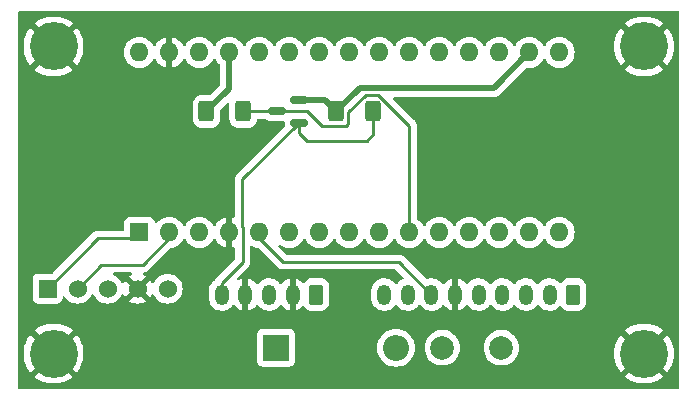
<source format=gbl>
G04 #@! TF.GenerationSoftware,KiCad,Pcbnew,7.0.7-7.0.7~ubuntu20.04.1*
G04 #@! TF.CreationDate,2023-10-03T21:57:06+02:00*
G04 #@! TF.ProjectId,msx-joydolphin-v1,6d73782d-6a6f-4796-946f-6c7068696e2d,v1*
G04 #@! TF.SameCoordinates,Original*
G04 #@! TF.FileFunction,Copper,L2,Bot*
G04 #@! TF.FilePolarity,Positive*
%FSLAX46Y46*%
G04 Gerber Fmt 4.6, Leading zero omitted, Abs format (unit mm)*
G04 Created by KiCad (PCBNEW 7.0.7-7.0.7~ubuntu20.04.1) date 2023-10-03 21:57:06*
%MOMM*%
%LPD*%
G01*
G04 APERTURE LIST*
G04 Aperture macros list*
%AMRoundRect*
0 Rectangle with rounded corners*
0 $1 Rounding radius*
0 $2 $3 $4 $5 $6 $7 $8 $9 X,Y pos of 4 corners*
0 Add a 4 corners polygon primitive as box body*
4,1,4,$2,$3,$4,$5,$6,$7,$8,$9,$2,$3,0*
0 Add four circle primitives for the rounded corners*
1,1,$1+$1,$2,$3*
1,1,$1+$1,$4,$5*
1,1,$1+$1,$6,$7*
1,1,$1+$1,$8,$9*
0 Add four rect primitives between the rounded corners*
20,1,$1+$1,$2,$3,$4,$5,0*
20,1,$1+$1,$4,$5,$6,$7,0*
20,1,$1+$1,$6,$7,$8,$9,0*
20,1,$1+$1,$8,$9,$2,$3,0*%
G04 Aperture macros list end*
G04 #@! TA.AperFunction,ComponentPad*
%ADD10RoundRect,0.250000X0.350000X0.625000X-0.350000X0.625000X-0.350000X-0.625000X0.350000X-0.625000X0*%
G04 #@! TD*
G04 #@! TA.AperFunction,ComponentPad*
%ADD11O,1.200000X1.750000*%
G04 #@! TD*
G04 #@! TA.AperFunction,ComponentPad*
%ADD12R,2.200000X2.200000*%
G04 #@! TD*
G04 #@! TA.AperFunction,ComponentPad*
%ADD13O,2.200000X2.200000*%
G04 #@! TD*
G04 #@! TA.AperFunction,ComponentPad*
%ADD14R,1.600000X1.600000*%
G04 #@! TD*
G04 #@! TA.AperFunction,ComponentPad*
%ADD15O,1.600000X1.600000*%
G04 #@! TD*
G04 #@! TA.AperFunction,ComponentPad*
%ADD16C,4.064000*%
G04 #@! TD*
G04 #@! TA.AperFunction,ComponentPad*
%ADD17C,2.000000*%
G04 #@! TD*
G04 #@! TA.AperFunction,ComponentPad*
%ADD18R,1.524000X1.524000*%
G04 #@! TD*
G04 #@! TA.AperFunction,ComponentPad*
%ADD19C,1.524000*%
G04 #@! TD*
G04 #@! TA.AperFunction,SMDPad,CuDef*
%ADD20RoundRect,0.250000X-0.400000X-0.625000X0.400000X-0.625000X0.400000X0.625000X-0.400000X0.625000X0*%
G04 #@! TD*
G04 #@! TA.AperFunction,SMDPad,CuDef*
%ADD21RoundRect,0.150000X0.587500X0.150000X-0.587500X0.150000X-0.587500X-0.150000X0.587500X-0.150000X0*%
G04 #@! TD*
G04 #@! TA.AperFunction,Conductor*
%ADD22C,0.250000*%
G04 #@! TD*
G04 #@! TA.AperFunction,Conductor*
%ADD23C,0.500000*%
G04 #@! TD*
G04 APERTURE END LIST*
D10*
X66750000Y-60500000D03*
D11*
X64750000Y-60500000D03*
X62750000Y-60500000D03*
X60750000Y-60500000D03*
X58750000Y-60500000D03*
D12*
X63340000Y-65000000D03*
D13*
X73500000Y-65000000D03*
D14*
X51760000Y-55240000D03*
D15*
X54300000Y-55240000D03*
X56840000Y-55240000D03*
X59380000Y-55240000D03*
X61920000Y-55240000D03*
X64460000Y-55240000D03*
X67000000Y-55240000D03*
X69540000Y-55240000D03*
X72080000Y-55240000D03*
X74620000Y-55240000D03*
X77160000Y-55240000D03*
X79700000Y-55240000D03*
X82240000Y-55240000D03*
X84780000Y-55240000D03*
X87320000Y-55240000D03*
X87320000Y-40000000D03*
X84780000Y-40000000D03*
X82240000Y-40000000D03*
X79700000Y-40000000D03*
X77160000Y-40000000D03*
X74620000Y-40000000D03*
X72080000Y-40000000D03*
X69540000Y-40000000D03*
X67000000Y-40000000D03*
X64460000Y-40000000D03*
X61920000Y-40000000D03*
X59380000Y-40000000D03*
X56840000Y-40000000D03*
X54300000Y-40000000D03*
X51760000Y-40000000D03*
D16*
X44500000Y-65500000D03*
X94500000Y-39500000D03*
D10*
X88500000Y-60500000D03*
D11*
X86500000Y-60500000D03*
X84500000Y-60500000D03*
X82500000Y-60500000D03*
X80500000Y-60500000D03*
X78500000Y-60500000D03*
X76500000Y-60500000D03*
X74500000Y-60500000D03*
X72500000Y-60500000D03*
D17*
X82420000Y-65000000D03*
X77420000Y-65000000D03*
D16*
X44500000Y-39500000D03*
X94500000Y-65500000D03*
D18*
X44000000Y-60000000D03*
D19*
X46540000Y-60000000D03*
X49080000Y-60000000D03*
X51620000Y-60000000D03*
X54160000Y-60000000D03*
D20*
X68450000Y-45000000D03*
X71550000Y-45000000D03*
D21*
X65310000Y-44050000D03*
X65310000Y-45950000D03*
X63435000Y-45000000D03*
D20*
X57450000Y-45000000D03*
X60550000Y-45000000D03*
D22*
X51760000Y-55740000D02*
X48260000Y-55740000D01*
X48260000Y-55740000D02*
X44000000Y-60000000D01*
X52040000Y-58000000D02*
X48540000Y-58000000D01*
X54300000Y-55740000D02*
X52040000Y-58000000D01*
X48540000Y-58000000D02*
X46540000Y-60000000D01*
X63930000Y-57750000D02*
X61920000Y-55740000D01*
X76500000Y-60500000D02*
X73750000Y-57750000D01*
X73750000Y-57750000D02*
X63930000Y-57750000D01*
X66000000Y-45000000D02*
X63435000Y-45000000D01*
X74620000Y-55740000D02*
X74620000Y-46195000D01*
X69425000Y-46075000D02*
X69300000Y-46200000D01*
X60550000Y-45000000D02*
X63435000Y-45000000D01*
X72000000Y-43575000D02*
X70925000Y-43575000D01*
X69300000Y-46200000D02*
X67200000Y-46200000D01*
X67200000Y-46200000D02*
X66000000Y-45000000D01*
X69425000Y-45075000D02*
X69425000Y-46075000D01*
X70925000Y-43575000D02*
X69425000Y-45075000D01*
X74620000Y-46195000D02*
X72000000Y-43575000D01*
D23*
X65310000Y-44050000D02*
X67500000Y-44050000D01*
X81780000Y-43000000D02*
X70450000Y-43000000D01*
X67500000Y-44050000D02*
X68450000Y-45000000D01*
X70450000Y-43000000D02*
X68450000Y-45000000D01*
X84780000Y-40000000D02*
X81780000Y-43000000D01*
X59380000Y-40000000D02*
X59380000Y-43070000D01*
X59380000Y-43070000D02*
X57450000Y-45000000D01*
D22*
X60500000Y-50760000D02*
X65310000Y-45950000D01*
X60500000Y-54769009D02*
X60500000Y-50760000D01*
X58750000Y-60500000D02*
X58750000Y-59500000D01*
X60505000Y-57745000D02*
X60505000Y-54774009D01*
X71000000Y-47500000D02*
X71550000Y-46950000D01*
X58750000Y-59500000D02*
X60505000Y-57745000D01*
X71550000Y-46950000D02*
X71550000Y-45000000D01*
X66000000Y-47500000D02*
X71000000Y-47500000D01*
X65310000Y-46810000D02*
X66000000Y-47500000D01*
X60505000Y-54774009D02*
X60500000Y-54769009D01*
X65310000Y-45950000D02*
X65310000Y-46810000D01*
G04 #@! TA.AperFunction,Conductor*
G36*
X51089190Y-58645185D02*
G01*
X51134945Y-58697989D01*
X51144889Y-58767147D01*
X51115864Y-58830703D01*
X51074556Y-58861882D01*
X50986586Y-58902903D01*
X50921812Y-58948257D01*
X50921811Y-58948258D01*
X51355115Y-59381562D01*
X51388600Y-59442885D01*
X51383616Y-59512577D01*
X51348637Y-59562955D01*
X51232133Y-59663907D01*
X51232129Y-59663912D01*
X51197257Y-59718174D01*
X51144453Y-59763929D01*
X51075294Y-59773872D01*
X51011739Y-59744847D01*
X51005261Y-59738815D01*
X50568258Y-59301811D01*
X50568257Y-59301812D01*
X50522903Y-59366586D01*
X50462658Y-59495781D01*
X50416485Y-59548220D01*
X50349292Y-59567372D01*
X50282411Y-59547156D01*
X50237894Y-59495781D01*
X50213228Y-59442885D01*
X50177534Y-59366339D01*
X50108612Y-59267908D01*
X50050827Y-59185381D01*
X49978424Y-59112978D01*
X49894620Y-59029174D01*
X49894616Y-59029171D01*
X49894615Y-59029170D01*
X49713666Y-58902468D01*
X49713658Y-58902464D01*
X49626629Y-58861882D01*
X49574189Y-58815710D01*
X49555037Y-58748517D01*
X49575252Y-58681635D01*
X49628418Y-58636301D01*
X49679033Y-58625500D01*
X51022151Y-58625500D01*
X51089190Y-58645185D01*
G37*
G04 #@! TD.AperFunction*
G04 #@! TA.AperFunction,Conductor*
G36*
X97442539Y-36520185D02*
G01*
X97488294Y-36572989D01*
X97499500Y-36624500D01*
X97499500Y-68375500D01*
X97479815Y-68442539D01*
X97427011Y-68488294D01*
X97375500Y-68499500D01*
X41624500Y-68499500D01*
X41557461Y-68479815D01*
X41511706Y-68427011D01*
X41500500Y-68375500D01*
X41500500Y-65500005D01*
X41962994Y-65500005D01*
X41982997Y-65817963D01*
X42042701Y-66130934D01*
X42141151Y-66433935D01*
X42141153Y-66433940D01*
X42276802Y-66722208D01*
X42276806Y-66722214D01*
X42447512Y-66991205D01*
X42541558Y-67104887D01*
X43159469Y-66486976D01*
X43220792Y-66453491D01*
X43290483Y-66458475D01*
X43336579Y-66488760D01*
X43486105Y-66644434D01*
X43486104Y-66644434D01*
X43486112Y-66644440D01*
X43486113Y-66644441D01*
X43499242Y-66654307D01*
X43541011Y-66710315D01*
X43545869Y-66780015D01*
X43512432Y-66841119D01*
X42892062Y-67461488D01*
X43140600Y-67642062D01*
X43140604Y-67642064D01*
X43419802Y-67795555D01*
X43419803Y-67795556D01*
X43716017Y-67912834D01*
X44024612Y-67992068D01*
X44024621Y-67992070D01*
X44340688Y-68031999D01*
X44340702Y-68032000D01*
X44659298Y-68032000D01*
X44659311Y-68031999D01*
X44975378Y-67992070D01*
X44975387Y-67992068D01*
X45283982Y-67912834D01*
X45580196Y-67795556D01*
X45580197Y-67795555D01*
X45859390Y-67642068D01*
X45859394Y-67642065D01*
X46107935Y-67461488D01*
X46107936Y-67461488D01*
X45485276Y-66838829D01*
X45451791Y-66777506D01*
X45456775Y-66707815D01*
X45490730Y-66658333D01*
X45602686Y-66559148D01*
X45655287Y-66494724D01*
X45712933Y-66455244D01*
X45782773Y-66453198D01*
X45839019Y-66485466D01*
X46458440Y-67104888D01*
X46552484Y-66991210D01*
X46723193Y-66722214D01*
X46723197Y-66722208D01*
X46858846Y-66433940D01*
X46858848Y-66433935D01*
X46951795Y-66147870D01*
X61739500Y-66147870D01*
X61739501Y-66147876D01*
X61745908Y-66207483D01*
X61796202Y-66342328D01*
X61796206Y-66342335D01*
X61882452Y-66457544D01*
X61882455Y-66457547D01*
X61997664Y-66543793D01*
X61997671Y-66543797D01*
X62132517Y-66594091D01*
X62132516Y-66594091D01*
X62139444Y-66594835D01*
X62192127Y-66600500D01*
X64487872Y-66600499D01*
X64547483Y-66594091D01*
X64682331Y-66543796D01*
X64797546Y-66457546D01*
X64883796Y-66342331D01*
X64934091Y-66207483D01*
X64940500Y-66147873D01*
X64940499Y-65000000D01*
X71894551Y-65000000D01*
X71914317Y-65251151D01*
X71973126Y-65496110D01*
X72069533Y-65728859D01*
X72201160Y-65943653D01*
X72201161Y-65943656D01*
X72201164Y-65943659D01*
X72364776Y-66135224D01*
X72511425Y-66260474D01*
X72556343Y-66298838D01*
X72556346Y-66298839D01*
X72771140Y-66430466D01*
X73003889Y-66526872D01*
X73003889Y-66526873D01*
X73248852Y-66585683D01*
X73500000Y-66605449D01*
X73751148Y-66585683D01*
X73996111Y-66526873D01*
X74228859Y-66430466D01*
X74443659Y-66298836D01*
X74635224Y-66135224D01*
X74798836Y-65943659D01*
X74930466Y-65728859D01*
X75026873Y-65496111D01*
X75085683Y-65251148D01*
X75105449Y-65000005D01*
X75914357Y-65000005D01*
X75934890Y-65247812D01*
X75934892Y-65247824D01*
X75995936Y-65488881D01*
X76095826Y-65716606D01*
X76231833Y-65924782D01*
X76231836Y-65924785D01*
X76400256Y-66107738D01*
X76596491Y-66260474D01*
X76815190Y-66378828D01*
X77050386Y-66459571D01*
X77295665Y-66500500D01*
X77544335Y-66500500D01*
X77789614Y-66459571D01*
X78024810Y-66378828D01*
X78243509Y-66260474D01*
X78439744Y-66107738D01*
X78608164Y-65924785D01*
X78744173Y-65716607D01*
X78844063Y-65488881D01*
X78905108Y-65247821D01*
X78925643Y-65000005D01*
X80914357Y-65000005D01*
X80934890Y-65247812D01*
X80934892Y-65247824D01*
X80995936Y-65488881D01*
X81095826Y-65716606D01*
X81231833Y-65924782D01*
X81231836Y-65924785D01*
X81400256Y-66107738D01*
X81596491Y-66260474D01*
X81815190Y-66378828D01*
X82050386Y-66459571D01*
X82295665Y-66500500D01*
X82544335Y-66500500D01*
X82789614Y-66459571D01*
X83024810Y-66378828D01*
X83243509Y-66260474D01*
X83439744Y-66107738D01*
X83608164Y-65924785D01*
X83744173Y-65716607D01*
X83839184Y-65500005D01*
X91962994Y-65500005D01*
X91982997Y-65817963D01*
X92042701Y-66130934D01*
X92141151Y-66433935D01*
X92141153Y-66433940D01*
X92276802Y-66722208D01*
X92276806Y-66722214D01*
X92447512Y-66991205D01*
X92541558Y-67104887D01*
X93159469Y-66486976D01*
X93220792Y-66453491D01*
X93290483Y-66458475D01*
X93336579Y-66488760D01*
X93486105Y-66644434D01*
X93486104Y-66644434D01*
X93486112Y-66644440D01*
X93486113Y-66644441D01*
X93499242Y-66654307D01*
X93541011Y-66710315D01*
X93545869Y-66780015D01*
X93512432Y-66841119D01*
X92892062Y-67461488D01*
X93140600Y-67642062D01*
X93140604Y-67642064D01*
X93419802Y-67795555D01*
X93419803Y-67795556D01*
X93716017Y-67912834D01*
X94024612Y-67992068D01*
X94024621Y-67992070D01*
X94340688Y-68031999D01*
X94340702Y-68032000D01*
X94659298Y-68032000D01*
X94659311Y-68031999D01*
X94975378Y-67992070D01*
X94975387Y-67992068D01*
X95283982Y-67912834D01*
X95580196Y-67795556D01*
X95580197Y-67795555D01*
X95859390Y-67642068D01*
X95859394Y-67642065D01*
X96107935Y-67461488D01*
X96107936Y-67461488D01*
X95485276Y-66838829D01*
X95451791Y-66777506D01*
X95456775Y-66707815D01*
X95490730Y-66658333D01*
X95602686Y-66559148D01*
X95655287Y-66494724D01*
X95712933Y-66455244D01*
X95782773Y-66453198D01*
X95839019Y-66485466D01*
X96458440Y-67104888D01*
X96552484Y-66991210D01*
X96723193Y-66722214D01*
X96723197Y-66722208D01*
X96858846Y-66433940D01*
X96858848Y-66433935D01*
X96957298Y-66130934D01*
X97017002Y-65817963D01*
X97037006Y-65500005D01*
X97037006Y-65499994D01*
X97017002Y-65182036D01*
X96957298Y-64869065D01*
X96858848Y-64566064D01*
X96858846Y-64566059D01*
X96723197Y-64277791D01*
X96723193Y-64277785D01*
X96552487Y-64008794D01*
X96458439Y-63895110D01*
X95840529Y-64513022D01*
X95779206Y-64546507D01*
X95709514Y-64541523D01*
X95663419Y-64511238D01*
X95513894Y-64355565D01*
X95513890Y-64355561D01*
X95500755Y-64345691D01*
X95458986Y-64289681D01*
X95454129Y-64219981D01*
X95487566Y-64158879D01*
X96107936Y-63538510D01*
X95859399Y-63357937D01*
X95859395Y-63357935D01*
X95580197Y-63204444D01*
X95580196Y-63204443D01*
X95283982Y-63087165D01*
X94975387Y-63007931D01*
X94975378Y-63007929D01*
X94659311Y-62968000D01*
X94340688Y-62968000D01*
X94024621Y-63007929D01*
X94024612Y-63007931D01*
X93716017Y-63087165D01*
X93419803Y-63204443D01*
X93419802Y-63204444D01*
X93140604Y-63357935D01*
X93140592Y-63357942D01*
X92892063Y-63538508D01*
X92892062Y-63538510D01*
X93514723Y-64161171D01*
X93548208Y-64222494D01*
X93543224Y-64292186D01*
X93509270Y-64341667D01*
X93397310Y-64440855D01*
X93344710Y-64505277D01*
X93287063Y-64544756D01*
X93217223Y-64546801D01*
X93160980Y-64514533D01*
X92541558Y-63895110D01*
X92447515Y-64008789D01*
X92276806Y-64277785D01*
X92276802Y-64277791D01*
X92141153Y-64566059D01*
X92141151Y-64566064D01*
X92042701Y-64869065D01*
X91982997Y-65182036D01*
X91962994Y-65499994D01*
X91962994Y-65500005D01*
X83839184Y-65500005D01*
X83844063Y-65488881D01*
X83905108Y-65247821D01*
X83925643Y-65000000D01*
X83922148Y-64957824D01*
X83905109Y-64752187D01*
X83905107Y-64752175D01*
X83844063Y-64511118D01*
X83744173Y-64283393D01*
X83608166Y-64075217D01*
X83547019Y-64008794D01*
X83439744Y-63892262D01*
X83243509Y-63739526D01*
X83243507Y-63739525D01*
X83243506Y-63739524D01*
X83024811Y-63621172D01*
X83024802Y-63621169D01*
X82789616Y-63540429D01*
X82544335Y-63499500D01*
X82295665Y-63499500D01*
X82050383Y-63540429D01*
X81815197Y-63621169D01*
X81815188Y-63621172D01*
X81596493Y-63739524D01*
X81400257Y-63892261D01*
X81231833Y-64075217D01*
X81095826Y-64283393D01*
X80995936Y-64511118D01*
X80934892Y-64752175D01*
X80934890Y-64752187D01*
X80914357Y-64999994D01*
X80914357Y-65000005D01*
X78925643Y-65000005D01*
X78925643Y-65000000D01*
X78922148Y-64957824D01*
X78905109Y-64752187D01*
X78905107Y-64752175D01*
X78844063Y-64511118D01*
X78744173Y-64283393D01*
X78608166Y-64075217D01*
X78547019Y-64008794D01*
X78439744Y-63892262D01*
X78243509Y-63739526D01*
X78243507Y-63739525D01*
X78243506Y-63739524D01*
X78024811Y-63621172D01*
X78024802Y-63621169D01*
X77789616Y-63540429D01*
X77544335Y-63499500D01*
X77295665Y-63499500D01*
X77050383Y-63540429D01*
X76815197Y-63621169D01*
X76815188Y-63621172D01*
X76596493Y-63739524D01*
X76400257Y-63892261D01*
X76231833Y-64075217D01*
X76095826Y-64283393D01*
X75995936Y-64511118D01*
X75934892Y-64752175D01*
X75934890Y-64752187D01*
X75914357Y-64999994D01*
X75914357Y-65000005D01*
X75105449Y-65000005D01*
X75105449Y-65000000D01*
X75085683Y-64748852D01*
X75026873Y-64503889D01*
X75000763Y-64440854D01*
X74930466Y-64271140D01*
X74798839Y-64056346D01*
X74798838Y-64056343D01*
X74758223Y-64008789D01*
X74635224Y-63864776D01*
X74488573Y-63739524D01*
X74443656Y-63701161D01*
X74443653Y-63701160D01*
X74228859Y-63569533D01*
X73996110Y-63473126D01*
X73751151Y-63414317D01*
X73500000Y-63394551D01*
X73248848Y-63414317D01*
X73003889Y-63473126D01*
X72771140Y-63569533D01*
X72556346Y-63701160D01*
X72556343Y-63701161D01*
X72364776Y-63864776D01*
X72201161Y-64056343D01*
X72201160Y-64056346D01*
X72069533Y-64271140D01*
X71973126Y-64503889D01*
X71914317Y-64748848D01*
X71894551Y-65000000D01*
X64940499Y-65000000D01*
X64940499Y-63852128D01*
X64934091Y-63792517D01*
X64900017Y-63701161D01*
X64883797Y-63657671D01*
X64883793Y-63657664D01*
X64797547Y-63542455D01*
X64797544Y-63542452D01*
X64682335Y-63456206D01*
X64682328Y-63456202D01*
X64547482Y-63405908D01*
X64547483Y-63405908D01*
X64487883Y-63399501D01*
X64487881Y-63399500D01*
X64487873Y-63399500D01*
X64487864Y-63399500D01*
X62192129Y-63399500D01*
X62192123Y-63399501D01*
X62132516Y-63405908D01*
X61997671Y-63456202D01*
X61997664Y-63456206D01*
X61882455Y-63542452D01*
X61882452Y-63542455D01*
X61796206Y-63657664D01*
X61796202Y-63657671D01*
X61745908Y-63792517D01*
X61739501Y-63852116D01*
X61739501Y-63852123D01*
X61739500Y-63852135D01*
X61739500Y-66147870D01*
X46951795Y-66147870D01*
X46957298Y-66130934D01*
X47017002Y-65817963D01*
X47037006Y-65500005D01*
X47037006Y-65499994D01*
X47017002Y-65182036D01*
X46957298Y-64869065D01*
X46858848Y-64566064D01*
X46858846Y-64566059D01*
X46723197Y-64277791D01*
X46723193Y-64277785D01*
X46552487Y-64008794D01*
X46458439Y-63895110D01*
X45840529Y-64513022D01*
X45779206Y-64546507D01*
X45709514Y-64541523D01*
X45663419Y-64511238D01*
X45513894Y-64355565D01*
X45513890Y-64355561D01*
X45500755Y-64345691D01*
X45458986Y-64289681D01*
X45454129Y-64219981D01*
X45487566Y-64158879D01*
X46107936Y-63538510D01*
X45859399Y-63357937D01*
X45859395Y-63357935D01*
X45580197Y-63204444D01*
X45580196Y-63204443D01*
X45283982Y-63087165D01*
X44975387Y-63007931D01*
X44975378Y-63007929D01*
X44659311Y-62968000D01*
X44340688Y-62968000D01*
X44024621Y-63007929D01*
X44024612Y-63007931D01*
X43716017Y-63087165D01*
X43419803Y-63204443D01*
X43419802Y-63204444D01*
X43140604Y-63357935D01*
X43140592Y-63357942D01*
X42892063Y-63538508D01*
X42892062Y-63538510D01*
X43514723Y-64161171D01*
X43548208Y-64222494D01*
X43543224Y-64292186D01*
X43509270Y-64341667D01*
X43397310Y-64440855D01*
X43344710Y-64505277D01*
X43287063Y-64544756D01*
X43217223Y-64546801D01*
X43160980Y-64514533D01*
X42541558Y-63895110D01*
X42447515Y-64008789D01*
X42276806Y-64277785D01*
X42276802Y-64277791D01*
X42141153Y-64566059D01*
X42141151Y-64566064D01*
X42042701Y-64869065D01*
X41982997Y-65182036D01*
X41962994Y-65499994D01*
X41962994Y-65500005D01*
X41500500Y-65500005D01*
X41500500Y-60809870D01*
X42737500Y-60809870D01*
X42737501Y-60809876D01*
X42743908Y-60869483D01*
X42794202Y-61004328D01*
X42794206Y-61004335D01*
X42880452Y-61119544D01*
X42880455Y-61119547D01*
X42995664Y-61205793D01*
X42995671Y-61205797D01*
X43130517Y-61256091D01*
X43130516Y-61256091D01*
X43137444Y-61256835D01*
X43190127Y-61262500D01*
X44809872Y-61262499D01*
X44869483Y-61256091D01*
X45004331Y-61205796D01*
X45119546Y-61119546D01*
X45205796Y-61004331D01*
X45256091Y-60869483D01*
X45262500Y-60809873D01*
X45262499Y-60769920D01*
X45282182Y-60702884D01*
X45334985Y-60657128D01*
X45404143Y-60647183D01*
X45467700Y-60676206D01*
X45488073Y-60698796D01*
X45569174Y-60814620D01*
X45569175Y-60814621D01*
X45725378Y-60970824D01*
X45725384Y-60970829D01*
X45906333Y-61097531D01*
X45906335Y-61097532D01*
X45906338Y-61097534D01*
X46106550Y-61190894D01*
X46319932Y-61248070D01*
X46477123Y-61261822D01*
X46539998Y-61267323D01*
X46540000Y-61267323D01*
X46540002Y-61267323D01*
X46595151Y-61262498D01*
X46760068Y-61248070D01*
X46973450Y-61190894D01*
X47173662Y-61097534D01*
X47354620Y-60970826D01*
X47510826Y-60814620D01*
X47637534Y-60633662D01*
X47697617Y-60504811D01*
X47743790Y-60452371D01*
X47810983Y-60433219D01*
X47877865Y-60453435D01*
X47922382Y-60504811D01*
X47982464Y-60633658D01*
X47982468Y-60633666D01*
X48109170Y-60814615D01*
X48109175Y-60814621D01*
X48265378Y-60970824D01*
X48265384Y-60970829D01*
X48446333Y-61097531D01*
X48446335Y-61097532D01*
X48446338Y-61097534D01*
X48646550Y-61190894D01*
X48859932Y-61248070D01*
X49017123Y-61261822D01*
X49079998Y-61267323D01*
X49080000Y-61267323D01*
X49080002Y-61267323D01*
X49135151Y-61262498D01*
X49300068Y-61248070D01*
X49513450Y-61190894D01*
X49713662Y-61097534D01*
X49894620Y-60970826D01*
X50050826Y-60814620D01*
X50177534Y-60633662D01*
X50237894Y-60504218D01*
X50284066Y-60451779D01*
X50351259Y-60432627D01*
X50418141Y-60452843D01*
X50462658Y-60504219D01*
X50522899Y-60633407D01*
X50522900Y-60633409D01*
X50568258Y-60698187D01*
X51005260Y-60261184D01*
X51066583Y-60227699D01*
X51136274Y-60232683D01*
X51192208Y-60274554D01*
X51197256Y-60281825D01*
X51232129Y-60336087D01*
X51232133Y-60336092D01*
X51348636Y-60437044D01*
X51386410Y-60495822D01*
X51386410Y-60565692D01*
X51355114Y-60618437D01*
X50921811Y-61051740D01*
X50921811Y-61051741D01*
X50986582Y-61097094D01*
X50986592Y-61097100D01*
X51186715Y-61190419D01*
X51186729Y-61190424D01*
X51400013Y-61247573D01*
X51400023Y-61247575D01*
X51619999Y-61266821D01*
X51620001Y-61266821D01*
X51839976Y-61247575D01*
X51839986Y-61247573D01*
X52053270Y-61190424D01*
X52053284Y-61190419D01*
X52253408Y-61097100D01*
X52253420Y-61097093D01*
X52318186Y-61051742D01*
X52318187Y-61051740D01*
X51884884Y-60618437D01*
X51851399Y-60557114D01*
X51856383Y-60487422D01*
X51891362Y-60437043D01*
X51897465Y-60431753D01*
X51897470Y-60431752D01*
X52007869Y-60336090D01*
X52042742Y-60281825D01*
X52095544Y-60236071D01*
X52164702Y-60226127D01*
X52228258Y-60255151D01*
X52234738Y-60261184D01*
X52671741Y-60698187D01*
X52671742Y-60698186D01*
X52717093Y-60633420D01*
X52717100Y-60633408D01*
X52777342Y-60504219D01*
X52823514Y-60451779D01*
X52890707Y-60432627D01*
X52957588Y-60452842D01*
X53002106Y-60504219D01*
X53062464Y-60633658D01*
X53062468Y-60633666D01*
X53189170Y-60814615D01*
X53189175Y-60814621D01*
X53345378Y-60970824D01*
X53345384Y-60970829D01*
X53526333Y-61097531D01*
X53526335Y-61097532D01*
X53526338Y-61097534D01*
X53726550Y-61190894D01*
X53939932Y-61248070D01*
X54097123Y-61261822D01*
X54159998Y-61267323D01*
X54160000Y-61267323D01*
X54160002Y-61267323D01*
X54215151Y-61262498D01*
X54380068Y-61248070D01*
X54593450Y-61190894D01*
X54793662Y-61097534D01*
X54974620Y-60970826D01*
X55130826Y-60814620D01*
X55257534Y-60633662D01*
X55350894Y-60433450D01*
X55408070Y-60220068D01*
X55427323Y-60000000D01*
X55408070Y-59779932D01*
X55350894Y-59566550D01*
X55257534Y-59366339D01*
X55188612Y-59267908D01*
X55130827Y-59185381D01*
X55058424Y-59112978D01*
X54974620Y-59029174D01*
X54974616Y-59029171D01*
X54974615Y-59029170D01*
X54793666Y-58902468D01*
X54793662Y-58902466D01*
X54746457Y-58880454D01*
X54593450Y-58809106D01*
X54593447Y-58809105D01*
X54593445Y-58809104D01*
X54380070Y-58751930D01*
X54380062Y-58751929D01*
X54160002Y-58732677D01*
X54159998Y-58732677D01*
X53939937Y-58751929D01*
X53939929Y-58751930D01*
X53726554Y-58809104D01*
X53726548Y-58809107D01*
X53526340Y-58902465D01*
X53526338Y-58902466D01*
X53345377Y-59029175D01*
X53189175Y-59185377D01*
X53062467Y-59366337D01*
X53062466Y-59366339D01*
X53062348Y-59366593D01*
X53002105Y-59495782D01*
X52955932Y-59548221D01*
X52888738Y-59567372D01*
X52821857Y-59547156D01*
X52777341Y-59495780D01*
X52717100Y-59366593D01*
X52717099Y-59366591D01*
X52671740Y-59301811D01*
X52234738Y-59738814D01*
X52173415Y-59772299D01*
X52103723Y-59767315D01*
X52047790Y-59725443D01*
X52042742Y-59718173D01*
X52007870Y-59663911D01*
X52007865Y-59663907D01*
X51967745Y-59629142D01*
X51891361Y-59562954D01*
X51853588Y-59504176D01*
X51853588Y-59434306D01*
X51884884Y-59381561D01*
X52318187Y-58948258D01*
X52253410Y-58902900D01*
X52138118Y-58849139D01*
X52085679Y-58802967D01*
X52066527Y-58735773D01*
X52086743Y-58668892D01*
X52139908Y-58623557D01*
X52155892Y-58617692D01*
X52157862Y-58617119D01*
X52176912Y-58613174D01*
X52196792Y-58610664D01*
X52240122Y-58593507D01*
X52245646Y-58591617D01*
X52249396Y-58590527D01*
X52290390Y-58578618D01*
X52307629Y-58568422D01*
X52325103Y-58559862D01*
X52343727Y-58552488D01*
X52343727Y-58552487D01*
X52343732Y-58552486D01*
X52381449Y-58525082D01*
X52386305Y-58521892D01*
X52426420Y-58498170D01*
X52440589Y-58483999D01*
X52455379Y-58471368D01*
X52471587Y-58459594D01*
X52501299Y-58423676D01*
X52505212Y-58419376D01*
X54354795Y-56569793D01*
X54416116Y-56536310D01*
X54431658Y-56533949D01*
X54526692Y-56525635D01*
X54746496Y-56466739D01*
X54952734Y-56370568D01*
X55139139Y-56240047D01*
X55300047Y-56079139D01*
X55430568Y-55892734D01*
X55457618Y-55834724D01*
X55503790Y-55782285D01*
X55570983Y-55763133D01*
X55637865Y-55783348D01*
X55682382Y-55834725D01*
X55709429Y-55892728D01*
X55709432Y-55892734D01*
X55839954Y-56079141D01*
X56000858Y-56240045D01*
X56000861Y-56240047D01*
X56187266Y-56370568D01*
X56393504Y-56466739D01*
X56613308Y-56525635D01*
X56775230Y-56539801D01*
X56839998Y-56545468D01*
X56840000Y-56545468D01*
X56840002Y-56545468D01*
X56896807Y-56540498D01*
X57066692Y-56525635D01*
X57286496Y-56466739D01*
X57492734Y-56370568D01*
X57679139Y-56240047D01*
X57840047Y-56079139D01*
X57970568Y-55892734D01*
X57997895Y-55834129D01*
X58044064Y-55781695D01*
X58111257Y-55762542D01*
X58178139Y-55782757D01*
X58222657Y-55834133D01*
X58249865Y-55892482D01*
X58380342Y-56078820D01*
X58541179Y-56239657D01*
X58727517Y-56370134D01*
X58933673Y-56466265D01*
X58933682Y-56466269D01*
X59129999Y-56518872D01*
X59130000Y-56518871D01*
X59130000Y-55852301D01*
X59149685Y-55785262D01*
X59202489Y-55739507D01*
X59271647Y-55729563D01*
X59344237Y-55740000D01*
X59344238Y-55740000D01*
X59415762Y-55740000D01*
X59415763Y-55740000D01*
X59488352Y-55729563D01*
X59557510Y-55739507D01*
X59610314Y-55785261D01*
X59629999Y-55852301D01*
X59629999Y-56518871D01*
X59723406Y-56493843D01*
X59793256Y-56495506D01*
X59851118Y-56534668D01*
X59878623Y-56598896D01*
X59879500Y-56613618D01*
X59879500Y-57434546D01*
X59859815Y-57501585D01*
X59843181Y-57522227D01*
X58366208Y-58999199D01*
X58353951Y-59009020D01*
X58354134Y-59009241D01*
X58348123Y-59014213D01*
X58300772Y-59064636D01*
X58279889Y-59085519D01*
X58279877Y-59085532D01*
X58275621Y-59091017D01*
X58271837Y-59095447D01*
X58239937Y-59129418D01*
X58239936Y-59129420D01*
X58230284Y-59146976D01*
X58219610Y-59163226D01*
X58207329Y-59179061D01*
X58207324Y-59179068D01*
X58188815Y-59221838D01*
X58186245Y-59227084D01*
X58160045Y-59274744D01*
X58158579Y-59273938D01*
X58121353Y-59321645D01*
X58120973Y-59321917D01*
X58026048Y-59389513D01*
X58026040Y-59389520D01*
X57881014Y-59541620D01*
X57767388Y-59718425D01*
X57689274Y-59913544D01*
X57656671Y-60082708D01*
X57649500Y-60119915D01*
X57649500Y-60827425D01*
X57664268Y-60982078D01*
X57664472Y-60984217D01*
X57664473Y-60984221D01*
X57720495Y-61175016D01*
X57723684Y-61185875D01*
X57765673Y-61267323D01*
X57819991Y-61372686D01*
X57949905Y-61537883D01*
X57949909Y-61537887D01*
X58108746Y-61675521D01*
X58290750Y-61780601D01*
X58290752Y-61780601D01*
X58290756Y-61780604D01*
X58489367Y-61849344D01*
X58697398Y-61879254D01*
X58907330Y-61869254D01*
X59111576Y-61819704D01*
X59198200Y-61780144D01*
X59302743Y-61732401D01*
X59302746Y-61732399D01*
X59302753Y-61732396D01*
X59473952Y-61610486D01*
X59474317Y-61610104D01*
X59618986Y-61458378D01*
X59628010Y-61444336D01*
X59645826Y-61416613D01*
X59698629Y-61370858D01*
X59767788Y-61360914D01*
X59831344Y-61389938D01*
X59847612Y-61407000D01*
X59950268Y-61537537D01*
X59950271Y-61537540D01*
X60109030Y-61675105D01*
X60109041Y-61675114D01*
X60290960Y-61780144D01*
X60290967Y-61780147D01*
X60489487Y-61848856D01*
X60499999Y-61850366D01*
X60499999Y-60984330D01*
X60519683Y-60917291D01*
X60572487Y-60871536D01*
X60641646Y-60861592D01*
X60664262Y-60867049D01*
X60687422Y-60875000D01*
X60687424Y-60875000D01*
X60781072Y-60875000D01*
X60781073Y-60875000D01*
X60855592Y-60862565D01*
X60924955Y-60870947D01*
X60978777Y-60915500D01*
X60999968Y-60982078D01*
X61000000Y-60984874D01*
X61000000Y-61846257D01*
X61111409Y-61819229D01*
X61302507Y-61731959D01*
X61473619Y-61610110D01*
X61473625Y-61610104D01*
X61618594Y-61458065D01*
X61645214Y-61416643D01*
X61698017Y-61370887D01*
X61767175Y-61360943D01*
X61830731Y-61389967D01*
X61847000Y-61407029D01*
X61949905Y-61537883D01*
X61949909Y-61537887D01*
X62108746Y-61675521D01*
X62290750Y-61780601D01*
X62290752Y-61780601D01*
X62290756Y-61780604D01*
X62489367Y-61849344D01*
X62697398Y-61879254D01*
X62907330Y-61869254D01*
X63111576Y-61819704D01*
X63198200Y-61780144D01*
X63302743Y-61732401D01*
X63302746Y-61732399D01*
X63302753Y-61732396D01*
X63473952Y-61610486D01*
X63474317Y-61610104D01*
X63618986Y-61458378D01*
X63628010Y-61444336D01*
X63645826Y-61416613D01*
X63698629Y-61370858D01*
X63767788Y-61360914D01*
X63831344Y-61389938D01*
X63847612Y-61407000D01*
X63950268Y-61537537D01*
X63950271Y-61537540D01*
X64109030Y-61675105D01*
X64109041Y-61675114D01*
X64290960Y-61780144D01*
X64290967Y-61780147D01*
X64489487Y-61848856D01*
X64500000Y-61850367D01*
X64500000Y-60984330D01*
X64519685Y-60917291D01*
X64572489Y-60871536D01*
X64641647Y-60861592D01*
X64664262Y-60867048D01*
X64687424Y-60875000D01*
X64781072Y-60875000D01*
X64781073Y-60875000D01*
X64855592Y-60862565D01*
X64924955Y-60870947D01*
X64978777Y-60915500D01*
X64999968Y-60982078D01*
X65000000Y-60984874D01*
X65000000Y-61846257D01*
X65111409Y-61819229D01*
X65302507Y-61731959D01*
X65473619Y-61610110D01*
X65473625Y-61610104D01*
X65571478Y-61507478D01*
X65631987Y-61472543D01*
X65701777Y-61475867D01*
X65758692Y-61516394D01*
X65766761Y-61527951D01*
X65772889Y-61537887D01*
X65807288Y-61593656D01*
X65931344Y-61717712D01*
X66080666Y-61809814D01*
X66247203Y-61864999D01*
X66349991Y-61875500D01*
X67150008Y-61875499D01*
X67150016Y-61875498D01*
X67150019Y-61875498D01*
X67211143Y-61869254D01*
X67252797Y-61864999D01*
X67419334Y-61809814D01*
X67568656Y-61717712D01*
X67692712Y-61593656D01*
X67784814Y-61444334D01*
X67839999Y-61277797D01*
X67850500Y-61175009D01*
X67850499Y-59824992D01*
X67839999Y-59722203D01*
X67784814Y-59555666D01*
X67692712Y-59406344D01*
X67568656Y-59282288D01*
X67467431Y-59219852D01*
X67419336Y-59190187D01*
X67419331Y-59190185D01*
X67373234Y-59174910D01*
X67252797Y-59135001D01*
X67252795Y-59135000D01*
X67150010Y-59124500D01*
X66349998Y-59124500D01*
X66349980Y-59124501D01*
X66247203Y-59135000D01*
X66247200Y-59135001D01*
X66080668Y-59190185D01*
X66080663Y-59190187D01*
X65931342Y-59282289D01*
X65807287Y-59406344D01*
X65767905Y-59470193D01*
X65715957Y-59516917D01*
X65646994Y-59528138D01*
X65582912Y-59500295D01*
X65564897Y-59481747D01*
X65549731Y-59462462D01*
X65549728Y-59462459D01*
X65390969Y-59324894D01*
X65390958Y-59324885D01*
X65209039Y-59219855D01*
X65209032Y-59219852D01*
X65010516Y-59151144D01*
X64999999Y-59149632D01*
X64999999Y-60015669D01*
X64980314Y-60082709D01*
X64927510Y-60128463D01*
X64858352Y-60138407D01*
X64835737Y-60132951D01*
X64812576Y-60125000D01*
X64718927Y-60125000D01*
X64718926Y-60125000D01*
X64644408Y-60137434D01*
X64575043Y-60129052D01*
X64521222Y-60084498D01*
X64500031Y-60017919D01*
X64500000Y-60015125D01*
X64499999Y-59153740D01*
X64388594Y-59180768D01*
X64388582Y-59180772D01*
X64197497Y-59268037D01*
X64197496Y-59268038D01*
X64026380Y-59389889D01*
X64026374Y-59389895D01*
X63881408Y-59541932D01*
X63854784Y-59583359D01*
X63801979Y-59629113D01*
X63732821Y-59639056D01*
X63669265Y-59610030D01*
X63652999Y-59592970D01*
X63632868Y-59567372D01*
X63593190Y-59516917D01*
X63550094Y-59462116D01*
X63550090Y-59462112D01*
X63391253Y-59324478D01*
X63209249Y-59219398D01*
X63209245Y-59219396D01*
X63209244Y-59219396D01*
X63010633Y-59150656D01*
X62802602Y-59120746D01*
X62802598Y-59120746D01*
X62592672Y-59130745D01*
X62388421Y-59180296D01*
X62388417Y-59180298D01*
X62197256Y-59267598D01*
X62197251Y-59267601D01*
X62026046Y-59389515D01*
X62026040Y-59389520D01*
X61881016Y-59541618D01*
X61854172Y-59583388D01*
X61801367Y-59629142D01*
X61732208Y-59639085D01*
X61668653Y-59610059D01*
X61652387Y-59592999D01*
X61549731Y-59462462D01*
X61549728Y-59462459D01*
X61390969Y-59324894D01*
X61390958Y-59324885D01*
X61209039Y-59219855D01*
X61209032Y-59219852D01*
X61010516Y-59151144D01*
X61000000Y-59149632D01*
X61000000Y-60015669D01*
X60980315Y-60082708D01*
X60927511Y-60128463D01*
X60858353Y-60138407D01*
X60835740Y-60132951D01*
X60812578Y-60125000D01*
X60812576Y-60125000D01*
X60718927Y-60125000D01*
X60718926Y-60125000D01*
X60644407Y-60137434D01*
X60575042Y-60129051D01*
X60521221Y-60084498D01*
X60500030Y-60017919D01*
X60499999Y-60015125D01*
X60499999Y-59153741D01*
X60499998Y-59153740D01*
X60388594Y-59180768D01*
X60388591Y-59180769D01*
X60213548Y-59260708D01*
X60144389Y-59270651D01*
X60080834Y-59241626D01*
X60043060Y-59182847D01*
X60043060Y-59112978D01*
X60074354Y-59060234D01*
X60888786Y-58245802D01*
X60901048Y-58235980D01*
X60900865Y-58235759D01*
X60906867Y-58230792D01*
X60906877Y-58230786D01*
X60954241Y-58180348D01*
X60975120Y-58159470D01*
X60979370Y-58153989D01*
X60983151Y-58149561D01*
X61015062Y-58115582D01*
X61024715Y-58098020D01*
X61035389Y-58081770D01*
X61047673Y-58065936D01*
X61066180Y-58023167D01*
X61068749Y-58017924D01*
X61091196Y-57977093D01*
X61091197Y-57977092D01*
X61096177Y-57957691D01*
X61102478Y-57939288D01*
X61110438Y-57920896D01*
X61117730Y-57874849D01*
X61118911Y-57869152D01*
X61130500Y-57824019D01*
X61130500Y-57803983D01*
X61132027Y-57784582D01*
X61135160Y-57764804D01*
X61130775Y-57718415D01*
X61130500Y-57712577D01*
X61130500Y-57119840D01*
X61130499Y-56501430D01*
X61150184Y-56434395D01*
X61202987Y-56388640D01*
X61272146Y-56378696D01*
X61306904Y-56389052D01*
X61350115Y-56409201D01*
X61473504Y-56466739D01*
X61693308Y-56525635D01*
X61788331Y-56533948D01*
X61853399Y-56559400D01*
X61865204Y-56569795D01*
X63429197Y-58133788D01*
X63439022Y-58146051D01*
X63439243Y-58145869D01*
X63444214Y-58151878D01*
X63470217Y-58176295D01*
X63494635Y-58199226D01*
X63515529Y-58220120D01*
X63521011Y-58224373D01*
X63525443Y-58228157D01*
X63559418Y-58260062D01*
X63576976Y-58269714D01*
X63593235Y-58280395D01*
X63609064Y-58292673D01*
X63651838Y-58311182D01*
X63657056Y-58313738D01*
X63697908Y-58336197D01*
X63717316Y-58341180D01*
X63735717Y-58347480D01*
X63754104Y-58355437D01*
X63797488Y-58362308D01*
X63800119Y-58362725D01*
X63805839Y-58363909D01*
X63850981Y-58375500D01*
X63871016Y-58375500D01*
X63890414Y-58377026D01*
X63910194Y-58380159D01*
X63910195Y-58380160D01*
X63910195Y-58380159D01*
X63910196Y-58380160D01*
X63956583Y-58375775D01*
X63962422Y-58375500D01*
X73439548Y-58375500D01*
X73506587Y-58395185D01*
X73527228Y-58411818D01*
X74120111Y-59004702D01*
X74153596Y-59066024D01*
X74148612Y-59135716D01*
X74106740Y-59191649D01*
X74083942Y-59205176D01*
X73947253Y-59267600D01*
X73947251Y-59267601D01*
X73776046Y-59389515D01*
X73776040Y-59389520D01*
X73631016Y-59541618D01*
X73604458Y-59582943D01*
X73551653Y-59628697D01*
X73482494Y-59638640D01*
X73418939Y-59609614D01*
X73402673Y-59592554D01*
X73300094Y-59462116D01*
X73300090Y-59462112D01*
X73141253Y-59324478D01*
X72959249Y-59219398D01*
X72959245Y-59219396D01*
X72959244Y-59219396D01*
X72760633Y-59150656D01*
X72552602Y-59120746D01*
X72552598Y-59120746D01*
X72342672Y-59130745D01*
X72138421Y-59180296D01*
X72138417Y-59180298D01*
X71947256Y-59267598D01*
X71947251Y-59267601D01*
X71776046Y-59389515D01*
X71776040Y-59389520D01*
X71631014Y-59541620D01*
X71517388Y-59718425D01*
X71439274Y-59913544D01*
X71406671Y-60082708D01*
X71399500Y-60119915D01*
X71399500Y-60827425D01*
X71414268Y-60982078D01*
X71414472Y-60984217D01*
X71414473Y-60984221D01*
X71470495Y-61175016D01*
X71473684Y-61185875D01*
X71515673Y-61267323D01*
X71569991Y-61372686D01*
X71699905Y-61537883D01*
X71699909Y-61537887D01*
X71858746Y-61675521D01*
X72040750Y-61780601D01*
X72040752Y-61780601D01*
X72040756Y-61780604D01*
X72239367Y-61849344D01*
X72447398Y-61879254D01*
X72657330Y-61869254D01*
X72861576Y-61819704D01*
X72948200Y-61780144D01*
X73052743Y-61732401D01*
X73052746Y-61732399D01*
X73052753Y-61732396D01*
X73223952Y-61610486D01*
X73224317Y-61610104D01*
X73368986Y-61458378D01*
X73378010Y-61444336D01*
X73395540Y-61417058D01*
X73448343Y-61371303D01*
X73517502Y-61361359D01*
X73581058Y-61390383D01*
X73597326Y-61407444D01*
X73699909Y-61537887D01*
X73858746Y-61675521D01*
X74040750Y-61780601D01*
X74040752Y-61780601D01*
X74040756Y-61780604D01*
X74239367Y-61849344D01*
X74447398Y-61879254D01*
X74657330Y-61869254D01*
X74861576Y-61819704D01*
X74948200Y-61780144D01*
X75052743Y-61732401D01*
X75052746Y-61732399D01*
X75052753Y-61732396D01*
X75223952Y-61610486D01*
X75224317Y-61610104D01*
X75368986Y-61458378D01*
X75378010Y-61444336D01*
X75395540Y-61417058D01*
X75448343Y-61371303D01*
X75517502Y-61361359D01*
X75581058Y-61390383D01*
X75597326Y-61407444D01*
X75699909Y-61537887D01*
X75858746Y-61675521D01*
X76040750Y-61780601D01*
X76040752Y-61780601D01*
X76040756Y-61780604D01*
X76239367Y-61849344D01*
X76447398Y-61879254D01*
X76657330Y-61869254D01*
X76861576Y-61819704D01*
X76948200Y-61780144D01*
X77052743Y-61732401D01*
X77052746Y-61732399D01*
X77052753Y-61732396D01*
X77223952Y-61610486D01*
X77224317Y-61610104D01*
X77368986Y-61458378D01*
X77378010Y-61444336D01*
X77395826Y-61416613D01*
X77448629Y-61370858D01*
X77517788Y-61360914D01*
X77581344Y-61389938D01*
X77597612Y-61407000D01*
X77700268Y-61537537D01*
X77700271Y-61537540D01*
X77859030Y-61675105D01*
X77859041Y-61675114D01*
X78040960Y-61780144D01*
X78040967Y-61780147D01*
X78239487Y-61848856D01*
X78250000Y-61850367D01*
X78250000Y-60984330D01*
X78269685Y-60917291D01*
X78322489Y-60871536D01*
X78391647Y-60861592D01*
X78414262Y-60867048D01*
X78437424Y-60875000D01*
X78531072Y-60875000D01*
X78531073Y-60875000D01*
X78605592Y-60862565D01*
X78674955Y-60870947D01*
X78728777Y-60915500D01*
X78749968Y-60982078D01*
X78750000Y-60984874D01*
X78750000Y-61846257D01*
X78861409Y-61819229D01*
X79052507Y-61731959D01*
X79223619Y-61610110D01*
X79223625Y-61610104D01*
X79368594Y-61458065D01*
X79395214Y-61416643D01*
X79448017Y-61370887D01*
X79517175Y-61360943D01*
X79580731Y-61389967D01*
X79597000Y-61407029D01*
X79699905Y-61537883D01*
X79699909Y-61537887D01*
X79858746Y-61675521D01*
X80040750Y-61780601D01*
X80040752Y-61780601D01*
X80040756Y-61780604D01*
X80239367Y-61849344D01*
X80447398Y-61879254D01*
X80657330Y-61869254D01*
X80861576Y-61819704D01*
X80948200Y-61780144D01*
X81052743Y-61732401D01*
X81052746Y-61732399D01*
X81052753Y-61732396D01*
X81223952Y-61610486D01*
X81224317Y-61610104D01*
X81368986Y-61458378D01*
X81378010Y-61444336D01*
X81395540Y-61417058D01*
X81448343Y-61371303D01*
X81517502Y-61361359D01*
X81581058Y-61390383D01*
X81597326Y-61407444D01*
X81699909Y-61537887D01*
X81858746Y-61675521D01*
X82040750Y-61780601D01*
X82040752Y-61780601D01*
X82040756Y-61780604D01*
X82239367Y-61849344D01*
X82447398Y-61879254D01*
X82657330Y-61869254D01*
X82861576Y-61819704D01*
X82948200Y-61780144D01*
X83052743Y-61732401D01*
X83052746Y-61732399D01*
X83052753Y-61732396D01*
X83223952Y-61610486D01*
X83224317Y-61610104D01*
X83368986Y-61458378D01*
X83378010Y-61444336D01*
X83395540Y-61417058D01*
X83448343Y-61371303D01*
X83517502Y-61361359D01*
X83581058Y-61390383D01*
X83597326Y-61407444D01*
X83699909Y-61537887D01*
X83858746Y-61675521D01*
X84040750Y-61780601D01*
X84040752Y-61780601D01*
X84040756Y-61780604D01*
X84239367Y-61849344D01*
X84447398Y-61879254D01*
X84657330Y-61869254D01*
X84861576Y-61819704D01*
X84948200Y-61780144D01*
X85052743Y-61732401D01*
X85052746Y-61732399D01*
X85052753Y-61732396D01*
X85223952Y-61610486D01*
X85224317Y-61610104D01*
X85368986Y-61458378D01*
X85378010Y-61444336D01*
X85395540Y-61417058D01*
X85448343Y-61371303D01*
X85517502Y-61361359D01*
X85581058Y-61390383D01*
X85597326Y-61407444D01*
X85699909Y-61537887D01*
X85858746Y-61675521D01*
X86040750Y-61780601D01*
X86040752Y-61780601D01*
X86040756Y-61780604D01*
X86239367Y-61849344D01*
X86447398Y-61879254D01*
X86657330Y-61869254D01*
X86861576Y-61819704D01*
X86948200Y-61780144D01*
X87052743Y-61732401D01*
X87052746Y-61732399D01*
X87052753Y-61732396D01*
X87223952Y-61610486D01*
X87321751Y-61507916D01*
X87382258Y-61472983D01*
X87452049Y-61476307D01*
X87508963Y-61516835D01*
X87517030Y-61528388D01*
X87557288Y-61593656D01*
X87681344Y-61717712D01*
X87830666Y-61809814D01*
X87997203Y-61864999D01*
X88099991Y-61875500D01*
X88900008Y-61875499D01*
X88900016Y-61875498D01*
X88900019Y-61875498D01*
X88961143Y-61869254D01*
X89002797Y-61864999D01*
X89169334Y-61809814D01*
X89318656Y-61717712D01*
X89442712Y-61593656D01*
X89534814Y-61444334D01*
X89589999Y-61277797D01*
X89600500Y-61175009D01*
X89600499Y-59824992D01*
X89589999Y-59722203D01*
X89534814Y-59555666D01*
X89442712Y-59406344D01*
X89318656Y-59282288D01*
X89217431Y-59219852D01*
X89169336Y-59190187D01*
X89169331Y-59190185D01*
X89123234Y-59174910D01*
X89002797Y-59135001D01*
X89002795Y-59135000D01*
X88900010Y-59124500D01*
X88099998Y-59124500D01*
X88099980Y-59124501D01*
X87997203Y-59135000D01*
X87997200Y-59135001D01*
X87830668Y-59190185D01*
X87830663Y-59190187D01*
X87681342Y-59282289D01*
X87557288Y-59406343D01*
X87557285Y-59406347D01*
X87518184Y-59469740D01*
X87466236Y-59516465D01*
X87397274Y-59527686D01*
X87333192Y-59499843D01*
X87315175Y-59481294D01*
X87300092Y-59462114D01*
X87300090Y-59462112D01*
X87141253Y-59324478D01*
X86959249Y-59219398D01*
X86959245Y-59219396D01*
X86959244Y-59219396D01*
X86760633Y-59150656D01*
X86552602Y-59120746D01*
X86552598Y-59120746D01*
X86342672Y-59130745D01*
X86138421Y-59180296D01*
X86138417Y-59180298D01*
X85947256Y-59267598D01*
X85947251Y-59267601D01*
X85776046Y-59389515D01*
X85776040Y-59389520D01*
X85631016Y-59541618D01*
X85604458Y-59582943D01*
X85551653Y-59628697D01*
X85482494Y-59638640D01*
X85418939Y-59609614D01*
X85402673Y-59592554D01*
X85300094Y-59462116D01*
X85300090Y-59462112D01*
X85141253Y-59324478D01*
X84959249Y-59219398D01*
X84959245Y-59219396D01*
X84959244Y-59219396D01*
X84760633Y-59150656D01*
X84552602Y-59120746D01*
X84552598Y-59120746D01*
X84342672Y-59130745D01*
X84138421Y-59180296D01*
X84138417Y-59180298D01*
X83947256Y-59267598D01*
X83947251Y-59267601D01*
X83776046Y-59389515D01*
X83776040Y-59389520D01*
X83631016Y-59541618D01*
X83604458Y-59582943D01*
X83551653Y-59628697D01*
X83482494Y-59638640D01*
X83418939Y-59609614D01*
X83402673Y-59592554D01*
X83300094Y-59462116D01*
X83300090Y-59462112D01*
X83141253Y-59324478D01*
X82959249Y-59219398D01*
X82959245Y-59219396D01*
X82959244Y-59219396D01*
X82760633Y-59150656D01*
X82552602Y-59120746D01*
X82552598Y-59120746D01*
X82342672Y-59130745D01*
X82138421Y-59180296D01*
X82138417Y-59180298D01*
X81947256Y-59267598D01*
X81947251Y-59267601D01*
X81776046Y-59389515D01*
X81776040Y-59389520D01*
X81631016Y-59541618D01*
X81604458Y-59582943D01*
X81551653Y-59628697D01*
X81482494Y-59638640D01*
X81418939Y-59609614D01*
X81402673Y-59592554D01*
X81300094Y-59462116D01*
X81300090Y-59462112D01*
X81141253Y-59324478D01*
X80959249Y-59219398D01*
X80959245Y-59219396D01*
X80959244Y-59219396D01*
X80760633Y-59150656D01*
X80552602Y-59120746D01*
X80552598Y-59120746D01*
X80342672Y-59130745D01*
X80138421Y-59180296D01*
X80138417Y-59180298D01*
X79947256Y-59267598D01*
X79947251Y-59267601D01*
X79776046Y-59389515D01*
X79776040Y-59389520D01*
X79631016Y-59541618D01*
X79604172Y-59583388D01*
X79551367Y-59629142D01*
X79482208Y-59639085D01*
X79418653Y-59610059D01*
X79402387Y-59592999D01*
X79299731Y-59462462D01*
X79299728Y-59462459D01*
X79140969Y-59324894D01*
X79140958Y-59324885D01*
X78959039Y-59219855D01*
X78959032Y-59219852D01*
X78760516Y-59151144D01*
X78750000Y-59149632D01*
X78750000Y-60015669D01*
X78730315Y-60082708D01*
X78677511Y-60128463D01*
X78608353Y-60138407D01*
X78585740Y-60132951D01*
X78562578Y-60125000D01*
X78562576Y-60125000D01*
X78468927Y-60125000D01*
X78468926Y-60125000D01*
X78394407Y-60137434D01*
X78325042Y-60129051D01*
X78271221Y-60084498D01*
X78250030Y-60017919D01*
X78249999Y-60015125D01*
X78249999Y-59153740D01*
X78138594Y-59180768D01*
X78138582Y-59180772D01*
X77947497Y-59268037D01*
X77947496Y-59268038D01*
X77776380Y-59389889D01*
X77776374Y-59389895D01*
X77631408Y-59541932D01*
X77604784Y-59583359D01*
X77551979Y-59629113D01*
X77482821Y-59639056D01*
X77419265Y-59610030D01*
X77402999Y-59592970D01*
X77382868Y-59567372D01*
X77343190Y-59516917D01*
X77300094Y-59462116D01*
X77300090Y-59462112D01*
X77141253Y-59324478D01*
X76959249Y-59219398D01*
X76959245Y-59219396D01*
X76959244Y-59219396D01*
X76760633Y-59150656D01*
X76552602Y-59120746D01*
X76552598Y-59120746D01*
X76342672Y-59130745D01*
X76146917Y-59178235D01*
X76077126Y-59174910D01*
X76030002Y-59145411D01*
X74250803Y-57366212D01*
X74240980Y-57353950D01*
X74240759Y-57354134D01*
X74235786Y-57348123D01*
X74225199Y-57338181D01*
X74185364Y-57300773D01*
X74174919Y-57290328D01*
X74164475Y-57279883D01*
X74158986Y-57275625D01*
X74154561Y-57271847D01*
X74120582Y-57239938D01*
X74120580Y-57239936D01*
X74120577Y-57239935D01*
X74103029Y-57230288D01*
X74086763Y-57219604D01*
X74070933Y-57207325D01*
X74028168Y-57188818D01*
X74022922Y-57186248D01*
X73982093Y-57163803D01*
X73982092Y-57163802D01*
X73962693Y-57158822D01*
X73944281Y-57152518D01*
X73925898Y-57144562D01*
X73925892Y-57144560D01*
X73879874Y-57137272D01*
X73874152Y-57136087D01*
X73829021Y-57124500D01*
X73829019Y-57124500D01*
X73808984Y-57124500D01*
X73789586Y-57122973D01*
X73782162Y-57121797D01*
X73769805Y-57119840D01*
X73769804Y-57119840D01*
X73723416Y-57124225D01*
X73717578Y-57124500D01*
X64240453Y-57124500D01*
X64173414Y-57104815D01*
X64152772Y-57088181D01*
X63568251Y-56503660D01*
X63534766Y-56442337D01*
X63539750Y-56372645D01*
X63581622Y-56316712D01*
X63647086Y-56292295D01*
X63715359Y-56307147D01*
X63727052Y-56314402D01*
X63807266Y-56370568D01*
X64013504Y-56466739D01*
X64233308Y-56525635D01*
X64395230Y-56539801D01*
X64459998Y-56545468D01*
X64460000Y-56545468D01*
X64460002Y-56545468D01*
X64516807Y-56540498D01*
X64686692Y-56525635D01*
X64906496Y-56466739D01*
X65112734Y-56370568D01*
X65299139Y-56240047D01*
X65460047Y-56079139D01*
X65590568Y-55892734D01*
X65617618Y-55834724D01*
X65663790Y-55782285D01*
X65730983Y-55763133D01*
X65797865Y-55783348D01*
X65842382Y-55834725D01*
X65869429Y-55892728D01*
X65869432Y-55892734D01*
X65999954Y-56079141D01*
X66160858Y-56240045D01*
X66160861Y-56240047D01*
X66347266Y-56370568D01*
X66553504Y-56466739D01*
X66773308Y-56525635D01*
X66935230Y-56539801D01*
X66999998Y-56545468D01*
X67000000Y-56545468D01*
X67000002Y-56545468D01*
X67056807Y-56540498D01*
X67226692Y-56525635D01*
X67446496Y-56466739D01*
X67652734Y-56370568D01*
X67839139Y-56240047D01*
X68000047Y-56079139D01*
X68130568Y-55892734D01*
X68157619Y-55834721D01*
X68203788Y-55782286D01*
X68270981Y-55763133D01*
X68337862Y-55783348D01*
X68382380Y-55834722D01*
X68409432Y-55892734D01*
X68454008Y-55956396D01*
X68539954Y-56079141D01*
X68700858Y-56240045D01*
X68700861Y-56240047D01*
X68887266Y-56370568D01*
X69093504Y-56466739D01*
X69313308Y-56525635D01*
X69475230Y-56539801D01*
X69539998Y-56545468D01*
X69540000Y-56545468D01*
X69540002Y-56545468D01*
X69596807Y-56540498D01*
X69766692Y-56525635D01*
X69986496Y-56466739D01*
X70192734Y-56370568D01*
X70379139Y-56240047D01*
X70540047Y-56079139D01*
X70670568Y-55892734D01*
X70697618Y-55834724D01*
X70743790Y-55782285D01*
X70810983Y-55763133D01*
X70877865Y-55783348D01*
X70922382Y-55834725D01*
X70949429Y-55892728D01*
X70949432Y-55892734D01*
X71079954Y-56079141D01*
X71240858Y-56240045D01*
X71240861Y-56240047D01*
X71427266Y-56370568D01*
X71633504Y-56466739D01*
X71853308Y-56525635D01*
X72015230Y-56539801D01*
X72079998Y-56545468D01*
X72080000Y-56545468D01*
X72080002Y-56545468D01*
X72136807Y-56540498D01*
X72306692Y-56525635D01*
X72526496Y-56466739D01*
X72732734Y-56370568D01*
X72919139Y-56240047D01*
X73080047Y-56079139D01*
X73210568Y-55892734D01*
X73237618Y-55834724D01*
X73283790Y-55782285D01*
X73350983Y-55763133D01*
X73417865Y-55783348D01*
X73462382Y-55834725D01*
X73489429Y-55892728D01*
X73489432Y-55892734D01*
X73619954Y-56079141D01*
X73780858Y-56240045D01*
X73780861Y-56240047D01*
X73967266Y-56370568D01*
X74173504Y-56466739D01*
X74393308Y-56525635D01*
X74555230Y-56539801D01*
X74619998Y-56545468D01*
X74620000Y-56545468D01*
X74620002Y-56545468D01*
X74676807Y-56540498D01*
X74846692Y-56525635D01*
X75066496Y-56466739D01*
X75272734Y-56370568D01*
X75459139Y-56240047D01*
X75620047Y-56079139D01*
X75750568Y-55892734D01*
X75777618Y-55834724D01*
X75823790Y-55782285D01*
X75890983Y-55763133D01*
X75957865Y-55783348D01*
X76002382Y-55834725D01*
X76029429Y-55892728D01*
X76029432Y-55892734D01*
X76159954Y-56079141D01*
X76320858Y-56240045D01*
X76320861Y-56240047D01*
X76507266Y-56370568D01*
X76713504Y-56466739D01*
X76933308Y-56525635D01*
X77095230Y-56539801D01*
X77159998Y-56545468D01*
X77160000Y-56545468D01*
X77160002Y-56545468D01*
X77216807Y-56540498D01*
X77386692Y-56525635D01*
X77606496Y-56466739D01*
X77812734Y-56370568D01*
X77999139Y-56240047D01*
X78160047Y-56079139D01*
X78290568Y-55892734D01*
X78317618Y-55834724D01*
X78363790Y-55782285D01*
X78430983Y-55763133D01*
X78497865Y-55783348D01*
X78542382Y-55834725D01*
X78569429Y-55892728D01*
X78569432Y-55892734D01*
X78699954Y-56079141D01*
X78860858Y-56240045D01*
X78860861Y-56240047D01*
X79047266Y-56370568D01*
X79253504Y-56466739D01*
X79473308Y-56525635D01*
X79635230Y-56539801D01*
X79699998Y-56545468D01*
X79700000Y-56545468D01*
X79700002Y-56545468D01*
X79756807Y-56540498D01*
X79926692Y-56525635D01*
X80146496Y-56466739D01*
X80352734Y-56370568D01*
X80539139Y-56240047D01*
X80700047Y-56079139D01*
X80830568Y-55892734D01*
X80857618Y-55834724D01*
X80903790Y-55782285D01*
X80970983Y-55763133D01*
X81037865Y-55783348D01*
X81082382Y-55834725D01*
X81109429Y-55892728D01*
X81109432Y-55892734D01*
X81239954Y-56079141D01*
X81400858Y-56240045D01*
X81400861Y-56240047D01*
X81587266Y-56370568D01*
X81793504Y-56466739D01*
X82013308Y-56525635D01*
X82175230Y-56539801D01*
X82239998Y-56545468D01*
X82240000Y-56545468D01*
X82240002Y-56545468D01*
X82296807Y-56540498D01*
X82466692Y-56525635D01*
X82686496Y-56466739D01*
X82892734Y-56370568D01*
X83079139Y-56240047D01*
X83240047Y-56079139D01*
X83370568Y-55892734D01*
X83397618Y-55834724D01*
X83443790Y-55782285D01*
X83510983Y-55763133D01*
X83577865Y-55783348D01*
X83622382Y-55834725D01*
X83649429Y-55892728D01*
X83649432Y-55892734D01*
X83779954Y-56079141D01*
X83940858Y-56240045D01*
X83940861Y-56240047D01*
X84127266Y-56370568D01*
X84333504Y-56466739D01*
X84553308Y-56525635D01*
X84715230Y-56539801D01*
X84779998Y-56545468D01*
X84780000Y-56545468D01*
X84780002Y-56545468D01*
X84836807Y-56540498D01*
X85006692Y-56525635D01*
X85226496Y-56466739D01*
X85432734Y-56370568D01*
X85619139Y-56240047D01*
X85780047Y-56079139D01*
X85910568Y-55892734D01*
X85937618Y-55834724D01*
X85983790Y-55782285D01*
X86050983Y-55763133D01*
X86117865Y-55783348D01*
X86162382Y-55834725D01*
X86189429Y-55892728D01*
X86189432Y-55892734D01*
X86319954Y-56079141D01*
X86480858Y-56240045D01*
X86480861Y-56240047D01*
X86667266Y-56370568D01*
X86873504Y-56466739D01*
X87093308Y-56525635D01*
X87255230Y-56539801D01*
X87319998Y-56545468D01*
X87320000Y-56545468D01*
X87320002Y-56545468D01*
X87376807Y-56540498D01*
X87546692Y-56525635D01*
X87766496Y-56466739D01*
X87972734Y-56370568D01*
X88159139Y-56240047D01*
X88320047Y-56079139D01*
X88450568Y-55892734D01*
X88546739Y-55686496D01*
X88605635Y-55466692D01*
X88625468Y-55240000D01*
X88605635Y-55013308D01*
X88546739Y-54793504D01*
X88450568Y-54587266D01*
X88320047Y-54400861D01*
X88320045Y-54400858D01*
X88159141Y-54239954D01*
X87972734Y-54109432D01*
X87972732Y-54109431D01*
X87766497Y-54013261D01*
X87766488Y-54013258D01*
X87546697Y-53954366D01*
X87546693Y-53954365D01*
X87546692Y-53954365D01*
X87546691Y-53954364D01*
X87546686Y-53954364D01*
X87320002Y-53934532D01*
X87319998Y-53934532D01*
X87093313Y-53954364D01*
X87093302Y-53954366D01*
X86873511Y-54013258D01*
X86873502Y-54013261D01*
X86667267Y-54109431D01*
X86667265Y-54109432D01*
X86480858Y-54239954D01*
X86319954Y-54400858D01*
X86189432Y-54587265D01*
X86189431Y-54587267D01*
X86162382Y-54645275D01*
X86116209Y-54697714D01*
X86049016Y-54716866D01*
X85982135Y-54696650D01*
X85937618Y-54645275D01*
X85910568Y-54587267D01*
X85910567Y-54587265D01*
X85780045Y-54400858D01*
X85619141Y-54239954D01*
X85432734Y-54109432D01*
X85432732Y-54109431D01*
X85226497Y-54013261D01*
X85226488Y-54013258D01*
X85006697Y-53954366D01*
X85006693Y-53954365D01*
X85006692Y-53954365D01*
X85006691Y-53954364D01*
X85006686Y-53954364D01*
X84780002Y-53934532D01*
X84779998Y-53934532D01*
X84553313Y-53954364D01*
X84553302Y-53954366D01*
X84333511Y-54013258D01*
X84333502Y-54013261D01*
X84127267Y-54109431D01*
X84127265Y-54109432D01*
X83940858Y-54239954D01*
X83779954Y-54400858D01*
X83649432Y-54587265D01*
X83649431Y-54587267D01*
X83622382Y-54645275D01*
X83576209Y-54697714D01*
X83509016Y-54716866D01*
X83442135Y-54696650D01*
X83397618Y-54645275D01*
X83370568Y-54587267D01*
X83370567Y-54587265D01*
X83240045Y-54400858D01*
X83079141Y-54239954D01*
X82892734Y-54109432D01*
X82892732Y-54109431D01*
X82686497Y-54013261D01*
X82686488Y-54013258D01*
X82466697Y-53954366D01*
X82466693Y-53954365D01*
X82466692Y-53954365D01*
X82466691Y-53954364D01*
X82466686Y-53954364D01*
X82240002Y-53934532D01*
X82239998Y-53934532D01*
X82013313Y-53954364D01*
X82013302Y-53954366D01*
X81793511Y-54013258D01*
X81793502Y-54013261D01*
X81587267Y-54109431D01*
X81587265Y-54109432D01*
X81400858Y-54239954D01*
X81239954Y-54400858D01*
X81109432Y-54587265D01*
X81109431Y-54587267D01*
X81082382Y-54645275D01*
X81036209Y-54697714D01*
X80969016Y-54716866D01*
X80902135Y-54696650D01*
X80857618Y-54645275D01*
X80830568Y-54587267D01*
X80830567Y-54587265D01*
X80700045Y-54400858D01*
X80539141Y-54239954D01*
X80352734Y-54109432D01*
X80352732Y-54109431D01*
X80146497Y-54013261D01*
X80146488Y-54013258D01*
X79926697Y-53954366D01*
X79926693Y-53954365D01*
X79926692Y-53954365D01*
X79926691Y-53954364D01*
X79926686Y-53954364D01*
X79700002Y-53934532D01*
X79699998Y-53934532D01*
X79473313Y-53954364D01*
X79473302Y-53954366D01*
X79253511Y-54013258D01*
X79253502Y-54013261D01*
X79047267Y-54109431D01*
X79047265Y-54109432D01*
X78860858Y-54239954D01*
X78699954Y-54400858D01*
X78569432Y-54587265D01*
X78569431Y-54587267D01*
X78542382Y-54645275D01*
X78496209Y-54697714D01*
X78429016Y-54716866D01*
X78362135Y-54696650D01*
X78317618Y-54645275D01*
X78290568Y-54587267D01*
X78290567Y-54587265D01*
X78160045Y-54400858D01*
X77999141Y-54239954D01*
X77812734Y-54109432D01*
X77812732Y-54109431D01*
X77606497Y-54013261D01*
X77606488Y-54013258D01*
X77386697Y-53954366D01*
X77386693Y-53954365D01*
X77386692Y-53954365D01*
X77386691Y-53954364D01*
X77386686Y-53954364D01*
X77160002Y-53934532D01*
X77159998Y-53934532D01*
X76933313Y-53954364D01*
X76933302Y-53954366D01*
X76713511Y-54013258D01*
X76713502Y-54013261D01*
X76507267Y-54109431D01*
X76507265Y-54109432D01*
X76320858Y-54239954D01*
X76159954Y-54400858D01*
X76029432Y-54587265D01*
X76029431Y-54587267D01*
X76002382Y-54645275D01*
X75956209Y-54697714D01*
X75889016Y-54716866D01*
X75822135Y-54696650D01*
X75777618Y-54645275D01*
X75750568Y-54587267D01*
X75750567Y-54587265D01*
X75620045Y-54400858D01*
X75459140Y-54239953D01*
X75298377Y-54127386D01*
X75254752Y-54072809D01*
X75245500Y-54025811D01*
X75245500Y-46277742D01*
X75247224Y-46262122D01*
X75246939Y-46262095D01*
X75247673Y-46254333D01*
X75245500Y-46185172D01*
X75245500Y-46155656D01*
X75245500Y-46155650D01*
X75244631Y-46148779D01*
X75244173Y-46142952D01*
X75243891Y-46133983D01*
X75242710Y-46096373D01*
X75237119Y-46077130D01*
X75233173Y-46058078D01*
X75230664Y-46038208D01*
X75213504Y-45994867D01*
X75211624Y-45989379D01*
X75198618Y-45944610D01*
X75188422Y-45927370D01*
X75179861Y-45909894D01*
X75172487Y-45891270D01*
X75172486Y-45891268D01*
X75145079Y-45853545D01*
X75141888Y-45848686D01*
X75118172Y-45808583D01*
X75118165Y-45808574D01*
X75104006Y-45794415D01*
X75091368Y-45779619D01*
X75090046Y-45777799D01*
X75079594Y-45763413D01*
X75043688Y-45733709D01*
X75039376Y-45729786D01*
X73271772Y-43962181D01*
X73238287Y-43900858D01*
X73243271Y-43831166D01*
X73285143Y-43775233D01*
X73350607Y-43750816D01*
X73359453Y-43750500D01*
X81716295Y-43750500D01*
X81734265Y-43751809D01*
X81758023Y-43755289D01*
X81810068Y-43750735D01*
X81815470Y-43750500D01*
X81823704Y-43750500D01*
X81823709Y-43750500D01*
X81835327Y-43749141D01*
X81856276Y-43746693D01*
X81869028Y-43745577D01*
X81932797Y-43739999D01*
X81932805Y-43739996D01*
X81939866Y-43738539D01*
X81939878Y-43738598D01*
X81947243Y-43736965D01*
X81947229Y-43736906D01*
X81954246Y-43735241D01*
X81954255Y-43735241D01*
X82026423Y-43708974D01*
X82099334Y-43684814D01*
X82099343Y-43684807D01*
X82105882Y-43681760D01*
X82105908Y-43681816D01*
X82112690Y-43678532D01*
X82112663Y-43678478D01*
X82119106Y-43675240D01*
X82119117Y-43675237D01*
X82183283Y-43633034D01*
X82248656Y-43592712D01*
X82248662Y-43592705D01*
X82254325Y-43588229D01*
X82254362Y-43588277D01*
X82260204Y-43583518D01*
X82260164Y-43583471D01*
X82265691Y-43578832D01*
X82265696Y-43578830D01*
X82318386Y-43522981D01*
X84514652Y-41326714D01*
X84575973Y-41293231D01*
X84613135Y-41290869D01*
X84756366Y-41303400D01*
X84779999Y-41305468D01*
X84780000Y-41305468D01*
X84780002Y-41305468D01*
X84836673Y-41300509D01*
X85006692Y-41285635D01*
X85226496Y-41226739D01*
X85432734Y-41130568D01*
X85619139Y-41000047D01*
X85780047Y-40839139D01*
X85910568Y-40652734D01*
X85937618Y-40594724D01*
X85983790Y-40542285D01*
X86050983Y-40523133D01*
X86117865Y-40543348D01*
X86162382Y-40594725D01*
X86189429Y-40652728D01*
X86189432Y-40652734D01*
X86319954Y-40839141D01*
X86480858Y-41000045D01*
X86480861Y-41000047D01*
X86667266Y-41130568D01*
X86873504Y-41226739D01*
X87093308Y-41285635D01*
X87255230Y-41299801D01*
X87319998Y-41305468D01*
X87320000Y-41305468D01*
X87320002Y-41305468D01*
X87376672Y-41300509D01*
X87546692Y-41285635D01*
X87766496Y-41226739D01*
X87972734Y-41130568D01*
X88159139Y-41000047D01*
X88320047Y-40839139D01*
X88450568Y-40652734D01*
X88546739Y-40446496D01*
X88605635Y-40226692D01*
X88625468Y-40000000D01*
X88605635Y-39773308D01*
X88546739Y-39553504D01*
X88521790Y-39500000D01*
X91962994Y-39500000D01*
X91982997Y-39817963D01*
X92042701Y-40130934D01*
X92141151Y-40433935D01*
X92141153Y-40433940D01*
X92276802Y-40722208D01*
X92276806Y-40722214D01*
X92447512Y-40991205D01*
X92541558Y-41104887D01*
X93159469Y-40486976D01*
X93220792Y-40453491D01*
X93290483Y-40458475D01*
X93336579Y-40488760D01*
X93486105Y-40644434D01*
X93486104Y-40644434D01*
X93486112Y-40644440D01*
X93486113Y-40644441D01*
X93499242Y-40654307D01*
X93541011Y-40710315D01*
X93545869Y-40780015D01*
X93512432Y-40841119D01*
X92892062Y-41461488D01*
X93140600Y-41642062D01*
X93140604Y-41642064D01*
X93419802Y-41795555D01*
X93419803Y-41795556D01*
X93716017Y-41912834D01*
X94024612Y-41992068D01*
X94024621Y-41992070D01*
X94340688Y-42031999D01*
X94340702Y-42032000D01*
X94659298Y-42032000D01*
X94659311Y-42031999D01*
X94975378Y-41992070D01*
X94975387Y-41992068D01*
X95283982Y-41912834D01*
X95580196Y-41795556D01*
X95580197Y-41795555D01*
X95859390Y-41642068D01*
X95859394Y-41642065D01*
X96107935Y-41461488D01*
X96107936Y-41461488D01*
X95485276Y-40838829D01*
X95451791Y-40777506D01*
X95456775Y-40707815D01*
X95490730Y-40658333D01*
X95602686Y-40559148D01*
X95614025Y-40545261D01*
X95655287Y-40494723D01*
X95712933Y-40455244D01*
X95782773Y-40453198D01*
X95839019Y-40485466D01*
X96458440Y-41104888D01*
X96552484Y-40991210D01*
X96723193Y-40722214D01*
X96723197Y-40722208D01*
X96858846Y-40433940D01*
X96858848Y-40433935D01*
X96957298Y-40130934D01*
X97017002Y-39817963D01*
X97037006Y-39500000D01*
X97037006Y-39499994D01*
X97017002Y-39182036D01*
X96957298Y-38869065D01*
X96858848Y-38566064D01*
X96858846Y-38566059D01*
X96723197Y-38277791D01*
X96723193Y-38277785D01*
X96552487Y-38008794D01*
X96458439Y-37895110D01*
X95840529Y-38513022D01*
X95779206Y-38546507D01*
X95709514Y-38541523D01*
X95663419Y-38511238D01*
X95513894Y-38355565D01*
X95513890Y-38355561D01*
X95500755Y-38345691D01*
X95458986Y-38289681D01*
X95454129Y-38219981D01*
X95487566Y-38158879D01*
X96107936Y-37538510D01*
X95859399Y-37357937D01*
X95859395Y-37357935D01*
X95580197Y-37204444D01*
X95580196Y-37204443D01*
X95283982Y-37087165D01*
X94975387Y-37007931D01*
X94975378Y-37007929D01*
X94659311Y-36968000D01*
X94340688Y-36968000D01*
X94024621Y-37007929D01*
X94024612Y-37007931D01*
X93716017Y-37087165D01*
X93419803Y-37204443D01*
X93419802Y-37204444D01*
X93140604Y-37357935D01*
X93140592Y-37357942D01*
X92892063Y-37538508D01*
X92892062Y-37538510D01*
X93514723Y-38161171D01*
X93548208Y-38222494D01*
X93543224Y-38292186D01*
X93509270Y-38341667D01*
X93397310Y-38440855D01*
X93344710Y-38505277D01*
X93287063Y-38544756D01*
X93217223Y-38546801D01*
X93160980Y-38514533D01*
X92541558Y-37895110D01*
X92447515Y-38008789D01*
X92276806Y-38277785D01*
X92276802Y-38277791D01*
X92141153Y-38566059D01*
X92141151Y-38566064D01*
X92042701Y-38869065D01*
X91982997Y-39182036D01*
X91962994Y-39499994D01*
X91962994Y-39500000D01*
X88521790Y-39500000D01*
X88450568Y-39347266D01*
X88320047Y-39160861D01*
X88320045Y-39160858D01*
X88159141Y-38999954D01*
X87972734Y-38869432D01*
X87972732Y-38869431D01*
X87766497Y-38773261D01*
X87766488Y-38773258D01*
X87546697Y-38714366D01*
X87546693Y-38714365D01*
X87546692Y-38714365D01*
X87546691Y-38714364D01*
X87546686Y-38714364D01*
X87320002Y-38694532D01*
X87319998Y-38694532D01*
X87093313Y-38714364D01*
X87093302Y-38714366D01*
X86873511Y-38773258D01*
X86873502Y-38773261D01*
X86667267Y-38869431D01*
X86667265Y-38869432D01*
X86480858Y-38999954D01*
X86319954Y-39160858D01*
X86189432Y-39347265D01*
X86189431Y-39347267D01*
X86162382Y-39405275D01*
X86116209Y-39457714D01*
X86049016Y-39476866D01*
X85982135Y-39456650D01*
X85937618Y-39405275D01*
X85910686Y-39347520D01*
X85910568Y-39347266D01*
X85780047Y-39160861D01*
X85780045Y-39160858D01*
X85619141Y-38999954D01*
X85432734Y-38869432D01*
X85432732Y-38869431D01*
X85226497Y-38773261D01*
X85226488Y-38773258D01*
X85006697Y-38714366D01*
X85006693Y-38714365D01*
X85006692Y-38714365D01*
X85006691Y-38714364D01*
X85006686Y-38714364D01*
X84780002Y-38694532D01*
X84779998Y-38694532D01*
X84553313Y-38714364D01*
X84553302Y-38714366D01*
X84333511Y-38773258D01*
X84333502Y-38773261D01*
X84127267Y-38869431D01*
X84127265Y-38869432D01*
X83940858Y-38999954D01*
X83779954Y-39160858D01*
X83649432Y-39347265D01*
X83649431Y-39347267D01*
X83622382Y-39405275D01*
X83576209Y-39457714D01*
X83509016Y-39476866D01*
X83442135Y-39456650D01*
X83397618Y-39405275D01*
X83370686Y-39347520D01*
X83370568Y-39347266D01*
X83240047Y-39160861D01*
X83240045Y-39160858D01*
X83079141Y-38999954D01*
X82892734Y-38869432D01*
X82892732Y-38869431D01*
X82686497Y-38773261D01*
X82686488Y-38773258D01*
X82466697Y-38714366D01*
X82466693Y-38714365D01*
X82466692Y-38714365D01*
X82466691Y-38714364D01*
X82466686Y-38714364D01*
X82240002Y-38694532D01*
X82239998Y-38694532D01*
X82013313Y-38714364D01*
X82013302Y-38714366D01*
X81793511Y-38773258D01*
X81793502Y-38773261D01*
X81587267Y-38869431D01*
X81587265Y-38869432D01*
X81400858Y-38999954D01*
X81239954Y-39160858D01*
X81109432Y-39347265D01*
X81109431Y-39347267D01*
X81082382Y-39405275D01*
X81036209Y-39457714D01*
X80969016Y-39476866D01*
X80902135Y-39456650D01*
X80857618Y-39405275D01*
X80830686Y-39347520D01*
X80830568Y-39347266D01*
X80700047Y-39160861D01*
X80700045Y-39160858D01*
X80539141Y-38999954D01*
X80352734Y-38869432D01*
X80352732Y-38869431D01*
X80146497Y-38773261D01*
X80146488Y-38773258D01*
X79926697Y-38714366D01*
X79926693Y-38714365D01*
X79926692Y-38714365D01*
X79926691Y-38714364D01*
X79926686Y-38714364D01*
X79700002Y-38694532D01*
X79699998Y-38694532D01*
X79473313Y-38714364D01*
X79473302Y-38714366D01*
X79253511Y-38773258D01*
X79253502Y-38773261D01*
X79047267Y-38869431D01*
X79047265Y-38869432D01*
X78860858Y-38999954D01*
X78699954Y-39160858D01*
X78569432Y-39347265D01*
X78569431Y-39347267D01*
X78542382Y-39405275D01*
X78496209Y-39457714D01*
X78429016Y-39476866D01*
X78362135Y-39456650D01*
X78317618Y-39405275D01*
X78290686Y-39347520D01*
X78290568Y-39347266D01*
X78160047Y-39160861D01*
X78160045Y-39160858D01*
X77999141Y-38999954D01*
X77812734Y-38869432D01*
X77812732Y-38869431D01*
X77606497Y-38773261D01*
X77606488Y-38773258D01*
X77386697Y-38714366D01*
X77386693Y-38714365D01*
X77386692Y-38714365D01*
X77386691Y-38714364D01*
X77386686Y-38714364D01*
X77160002Y-38694532D01*
X77159998Y-38694532D01*
X76933313Y-38714364D01*
X76933302Y-38714366D01*
X76713511Y-38773258D01*
X76713502Y-38773261D01*
X76507267Y-38869431D01*
X76507265Y-38869432D01*
X76320858Y-38999954D01*
X76159954Y-39160858D01*
X76029432Y-39347265D01*
X76029431Y-39347267D01*
X76002382Y-39405275D01*
X75956209Y-39457714D01*
X75889016Y-39476866D01*
X75822135Y-39456650D01*
X75777618Y-39405275D01*
X75750686Y-39347520D01*
X75750568Y-39347266D01*
X75620047Y-39160861D01*
X75620045Y-39160858D01*
X75459141Y-38999954D01*
X75272734Y-38869432D01*
X75272732Y-38869431D01*
X75066497Y-38773261D01*
X75066488Y-38773258D01*
X74846697Y-38714366D01*
X74846693Y-38714365D01*
X74846692Y-38714365D01*
X74846691Y-38714364D01*
X74846686Y-38714364D01*
X74620002Y-38694532D01*
X74619998Y-38694532D01*
X74393313Y-38714364D01*
X74393302Y-38714366D01*
X74173511Y-38773258D01*
X74173502Y-38773261D01*
X73967267Y-38869431D01*
X73967265Y-38869432D01*
X73780858Y-38999954D01*
X73619954Y-39160858D01*
X73489432Y-39347265D01*
X73489431Y-39347267D01*
X73462382Y-39405275D01*
X73416209Y-39457714D01*
X73349016Y-39476866D01*
X73282135Y-39456650D01*
X73237618Y-39405275D01*
X73210686Y-39347520D01*
X73210568Y-39347266D01*
X73080047Y-39160861D01*
X73080045Y-39160858D01*
X72919141Y-38999954D01*
X72732734Y-38869432D01*
X72732732Y-38869431D01*
X72526497Y-38773261D01*
X72526488Y-38773258D01*
X72306697Y-38714366D01*
X72306693Y-38714365D01*
X72306692Y-38714365D01*
X72306691Y-38714364D01*
X72306686Y-38714364D01*
X72080002Y-38694532D01*
X72079998Y-38694532D01*
X71853313Y-38714364D01*
X71853302Y-38714366D01*
X71633511Y-38773258D01*
X71633502Y-38773261D01*
X71427267Y-38869431D01*
X71427265Y-38869432D01*
X71240858Y-38999954D01*
X71079954Y-39160858D01*
X70949432Y-39347265D01*
X70949431Y-39347267D01*
X70922382Y-39405275D01*
X70876209Y-39457714D01*
X70809016Y-39476866D01*
X70742135Y-39456650D01*
X70697618Y-39405275D01*
X70670686Y-39347520D01*
X70670568Y-39347266D01*
X70540047Y-39160861D01*
X70540045Y-39160858D01*
X70379141Y-38999954D01*
X70192734Y-38869432D01*
X70192732Y-38869431D01*
X69986497Y-38773261D01*
X69986488Y-38773258D01*
X69766697Y-38714366D01*
X69766693Y-38714365D01*
X69766692Y-38714365D01*
X69766691Y-38714364D01*
X69766686Y-38714364D01*
X69540002Y-38694532D01*
X69539998Y-38694532D01*
X69313313Y-38714364D01*
X69313302Y-38714366D01*
X69093511Y-38773258D01*
X69093502Y-38773261D01*
X68887267Y-38869431D01*
X68887265Y-38869432D01*
X68700858Y-38999954D01*
X68539954Y-39160858D01*
X68409432Y-39347265D01*
X68409430Y-39347268D01*
X68382380Y-39405277D01*
X68336207Y-39457715D01*
X68269013Y-39476866D01*
X68202132Y-39456649D01*
X68157619Y-39405277D01*
X68130568Y-39347266D01*
X68000047Y-39160861D01*
X68000045Y-39160858D01*
X67839141Y-38999954D01*
X67652734Y-38869432D01*
X67652732Y-38869431D01*
X67446497Y-38773261D01*
X67446488Y-38773258D01*
X67226697Y-38714366D01*
X67226693Y-38714365D01*
X67226692Y-38714365D01*
X67226691Y-38714364D01*
X67226686Y-38714364D01*
X67000002Y-38694532D01*
X66999998Y-38694532D01*
X66773313Y-38714364D01*
X66773302Y-38714366D01*
X66553511Y-38773258D01*
X66553502Y-38773261D01*
X66347267Y-38869431D01*
X66347265Y-38869432D01*
X66160858Y-38999954D01*
X65999954Y-39160858D01*
X65869432Y-39347265D01*
X65869431Y-39347267D01*
X65842382Y-39405275D01*
X65796209Y-39457714D01*
X65729016Y-39476866D01*
X65662135Y-39456650D01*
X65617618Y-39405275D01*
X65590686Y-39347520D01*
X65590568Y-39347266D01*
X65460047Y-39160861D01*
X65460045Y-39160858D01*
X65299141Y-38999954D01*
X65112734Y-38869432D01*
X65112732Y-38869431D01*
X64906497Y-38773261D01*
X64906488Y-38773258D01*
X64686697Y-38714366D01*
X64686693Y-38714365D01*
X64686692Y-38714365D01*
X64686691Y-38714364D01*
X64686686Y-38714364D01*
X64460002Y-38694532D01*
X64459998Y-38694532D01*
X64233313Y-38714364D01*
X64233302Y-38714366D01*
X64013511Y-38773258D01*
X64013502Y-38773261D01*
X63807267Y-38869431D01*
X63807265Y-38869432D01*
X63620858Y-38999954D01*
X63459954Y-39160858D01*
X63329432Y-39347265D01*
X63329431Y-39347267D01*
X63302382Y-39405275D01*
X63256209Y-39457714D01*
X63189016Y-39476866D01*
X63122135Y-39456650D01*
X63077618Y-39405275D01*
X63050686Y-39347520D01*
X63050568Y-39347266D01*
X62920047Y-39160861D01*
X62920045Y-39160858D01*
X62759141Y-38999954D01*
X62572734Y-38869432D01*
X62572732Y-38869431D01*
X62366497Y-38773261D01*
X62366488Y-38773258D01*
X62146697Y-38714366D01*
X62146693Y-38714365D01*
X62146692Y-38714365D01*
X62146691Y-38714364D01*
X62146686Y-38714364D01*
X61920002Y-38694532D01*
X61919998Y-38694532D01*
X61693313Y-38714364D01*
X61693302Y-38714366D01*
X61473511Y-38773258D01*
X61473502Y-38773261D01*
X61267267Y-38869431D01*
X61267265Y-38869432D01*
X61080858Y-38999954D01*
X60919954Y-39160858D01*
X60789432Y-39347265D01*
X60789431Y-39347267D01*
X60762382Y-39405275D01*
X60716209Y-39457714D01*
X60649016Y-39476866D01*
X60582135Y-39456650D01*
X60537618Y-39405275D01*
X60510686Y-39347520D01*
X60510568Y-39347266D01*
X60380047Y-39160861D01*
X60380045Y-39160858D01*
X60219141Y-38999954D01*
X60032734Y-38869432D01*
X60032732Y-38869431D01*
X59826497Y-38773261D01*
X59826488Y-38773258D01*
X59606697Y-38714366D01*
X59606693Y-38714365D01*
X59606692Y-38714365D01*
X59606691Y-38714364D01*
X59606686Y-38714364D01*
X59380002Y-38694532D01*
X59379998Y-38694532D01*
X59153313Y-38714364D01*
X59153302Y-38714366D01*
X58933511Y-38773258D01*
X58933502Y-38773261D01*
X58727267Y-38869431D01*
X58727265Y-38869432D01*
X58540858Y-38999954D01*
X58379954Y-39160858D01*
X58249432Y-39347265D01*
X58249431Y-39347267D01*
X58222382Y-39405275D01*
X58176209Y-39457714D01*
X58109016Y-39476866D01*
X58042135Y-39456650D01*
X57997618Y-39405275D01*
X57970686Y-39347520D01*
X57970568Y-39347266D01*
X57840047Y-39160861D01*
X57840045Y-39160858D01*
X57679141Y-38999954D01*
X57492734Y-38869432D01*
X57492732Y-38869431D01*
X57286497Y-38773261D01*
X57286488Y-38773258D01*
X57066697Y-38714366D01*
X57066693Y-38714365D01*
X57066692Y-38714365D01*
X57066691Y-38714364D01*
X57066686Y-38714364D01*
X56840002Y-38694532D01*
X56839998Y-38694532D01*
X56613313Y-38714364D01*
X56613302Y-38714366D01*
X56393511Y-38773258D01*
X56393502Y-38773261D01*
X56187267Y-38869431D01*
X56187265Y-38869432D01*
X56000858Y-38999954D01*
X55839954Y-39160858D01*
X55709434Y-39347263D01*
X55709432Y-39347266D01*
X55682383Y-39405274D01*
X55682106Y-39405867D01*
X55635933Y-39458306D01*
X55568739Y-39477457D01*
X55501858Y-39457241D01*
X55457342Y-39405865D01*
X55430135Y-39347520D01*
X55430134Y-39347518D01*
X55299657Y-39161179D01*
X55138820Y-39000342D01*
X54952482Y-38869865D01*
X54746328Y-38773734D01*
X54549999Y-38721127D01*
X54549999Y-39387698D01*
X54530314Y-39454737D01*
X54477510Y-39500492D01*
X54408353Y-39510436D01*
X54335764Y-39500000D01*
X54335763Y-39500000D01*
X54264237Y-39500000D01*
X54264233Y-39500000D01*
X54191645Y-39510436D01*
X54122487Y-39500492D01*
X54069684Y-39454736D01*
X54050000Y-39387698D01*
X54050000Y-38721127D01*
X53853671Y-38773734D01*
X53647517Y-38869865D01*
X53461179Y-39000342D01*
X53300342Y-39161179D01*
X53169867Y-39347515D01*
X53142657Y-39405867D01*
X53096484Y-39458306D01*
X53029290Y-39477457D01*
X52962409Y-39457241D01*
X52917893Y-39405865D01*
X52917617Y-39405274D01*
X52890568Y-39347266D01*
X52760047Y-39160861D01*
X52760045Y-39160858D01*
X52599141Y-38999954D01*
X52412734Y-38869432D01*
X52412732Y-38869431D01*
X52206497Y-38773261D01*
X52206488Y-38773258D01*
X51986697Y-38714366D01*
X51986693Y-38714365D01*
X51986692Y-38714365D01*
X51986691Y-38714364D01*
X51986686Y-38714364D01*
X51760002Y-38694532D01*
X51759998Y-38694532D01*
X51533313Y-38714364D01*
X51533302Y-38714366D01*
X51313511Y-38773258D01*
X51313502Y-38773261D01*
X51107267Y-38869431D01*
X51107265Y-38869432D01*
X50920858Y-38999954D01*
X50759954Y-39160858D01*
X50629432Y-39347265D01*
X50629431Y-39347267D01*
X50533261Y-39553502D01*
X50533258Y-39553511D01*
X50474366Y-39773302D01*
X50474364Y-39773313D01*
X50454532Y-39999998D01*
X50454532Y-40000001D01*
X50474364Y-40226686D01*
X50474366Y-40226697D01*
X50533258Y-40446488D01*
X50533261Y-40446497D01*
X50629431Y-40652732D01*
X50629432Y-40652734D01*
X50759954Y-40839141D01*
X50920858Y-41000045D01*
X50920861Y-41000047D01*
X51107266Y-41130568D01*
X51313504Y-41226739D01*
X51533308Y-41285635D01*
X51695230Y-41299801D01*
X51759998Y-41305468D01*
X51760000Y-41305468D01*
X51760002Y-41305468D01*
X51816673Y-41300509D01*
X51986692Y-41285635D01*
X52206496Y-41226739D01*
X52412734Y-41130568D01*
X52599139Y-41000047D01*
X52760047Y-40839139D01*
X52890568Y-40652734D01*
X52917895Y-40594129D01*
X52964064Y-40541695D01*
X53031257Y-40522542D01*
X53098139Y-40542757D01*
X53142657Y-40594133D01*
X53169865Y-40652482D01*
X53300342Y-40838820D01*
X53461179Y-40999657D01*
X53647517Y-41130134D01*
X53853673Y-41226265D01*
X53853682Y-41226269D01*
X54049999Y-41278872D01*
X54050000Y-41278871D01*
X54050000Y-40612301D01*
X54069685Y-40545262D01*
X54122489Y-40499507D01*
X54191647Y-40489563D01*
X54264237Y-40500000D01*
X54264238Y-40500000D01*
X54335762Y-40500000D01*
X54335763Y-40500000D01*
X54408352Y-40489563D01*
X54477510Y-40499507D01*
X54530314Y-40545261D01*
X54549999Y-40612301D01*
X54549999Y-41278872D01*
X54746317Y-41226269D01*
X54746326Y-41226265D01*
X54952482Y-41130134D01*
X55138820Y-40999657D01*
X55299657Y-40838820D01*
X55430132Y-40652484D01*
X55457341Y-40594134D01*
X55503513Y-40541695D01*
X55570707Y-40522542D01*
X55637588Y-40542757D01*
X55682106Y-40594133D01*
X55709431Y-40652732D01*
X55709432Y-40652734D01*
X55839954Y-40839141D01*
X56000858Y-41000045D01*
X56000861Y-41000047D01*
X56187266Y-41130568D01*
X56393504Y-41226739D01*
X56613308Y-41285635D01*
X56775230Y-41299801D01*
X56839998Y-41305468D01*
X56840000Y-41305468D01*
X56840002Y-41305468D01*
X56896672Y-41300509D01*
X57066692Y-41285635D01*
X57286496Y-41226739D01*
X57492734Y-41130568D01*
X57679139Y-41000047D01*
X57840047Y-40839139D01*
X57970568Y-40652734D01*
X57997618Y-40594724D01*
X58043790Y-40542285D01*
X58110983Y-40523133D01*
X58177865Y-40543348D01*
X58222382Y-40594725D01*
X58249429Y-40652728D01*
X58249432Y-40652734D01*
X58379954Y-40839141D01*
X58540859Y-41000046D01*
X58576621Y-41025086D01*
X58620247Y-41079662D01*
X58629500Y-41126662D01*
X58629500Y-42707769D01*
X58609815Y-42774808D01*
X58593181Y-42795450D01*
X57800449Y-43588181D01*
X57739126Y-43621666D01*
X57712768Y-43624500D01*
X56999998Y-43624500D01*
X56999980Y-43624501D01*
X56897203Y-43635000D01*
X56897200Y-43635001D01*
X56730668Y-43690185D01*
X56730663Y-43690187D01*
X56581342Y-43782289D01*
X56457289Y-43906342D01*
X56365187Y-44055663D01*
X56365185Y-44055668D01*
X56337349Y-44139670D01*
X56310001Y-44222203D01*
X56310001Y-44222204D01*
X56310000Y-44222204D01*
X56299500Y-44324983D01*
X56299500Y-45675001D01*
X56299501Y-45675018D01*
X56310000Y-45777796D01*
X56310001Y-45777799D01*
X56365185Y-45944331D01*
X56365187Y-45944336D01*
X56394688Y-45992165D01*
X56457288Y-46093656D01*
X56581344Y-46217712D01*
X56730666Y-46309814D01*
X56897203Y-46364999D01*
X56999991Y-46375500D01*
X57900008Y-46375499D01*
X57900016Y-46375498D01*
X57900019Y-46375498D01*
X57956302Y-46369748D01*
X58002797Y-46364999D01*
X58169334Y-46309814D01*
X58318656Y-46217712D01*
X58442712Y-46093656D01*
X58534814Y-45944334D01*
X58589999Y-45777797D01*
X58600500Y-45675009D01*
X58600499Y-44962228D01*
X58620183Y-44895190D01*
X58636814Y-44874552D01*
X59187819Y-44323546D01*
X59249142Y-44290062D01*
X59318834Y-44295046D01*
X59374767Y-44336918D01*
X59399184Y-44402382D01*
X59399500Y-44411228D01*
X59399500Y-45675001D01*
X59399501Y-45675018D01*
X59410000Y-45777796D01*
X59410001Y-45777799D01*
X59465185Y-45944331D01*
X59465187Y-45944336D01*
X59494688Y-45992165D01*
X59557288Y-46093656D01*
X59681344Y-46217712D01*
X59830666Y-46309814D01*
X59997203Y-46364999D01*
X60099991Y-46375500D01*
X61000008Y-46375499D01*
X61000016Y-46375498D01*
X61000019Y-46375498D01*
X61056302Y-46369748D01*
X61102797Y-46364999D01*
X61269334Y-46309814D01*
X61418656Y-46217712D01*
X61542712Y-46093656D01*
X61634814Y-45944334D01*
X61689999Y-45777797D01*
X61694177Y-45736896D01*
X61720573Y-45672207D01*
X61777753Y-45632055D01*
X61817535Y-45625500D01*
X62351691Y-45625500D01*
X62418730Y-45645185D01*
X62439372Y-45661819D01*
X62445629Y-45668076D01*
X62445633Y-45668079D01*
X62445635Y-45668081D01*
X62587102Y-45751744D01*
X62627260Y-45763411D01*
X62744926Y-45797597D01*
X62744929Y-45797597D01*
X62744931Y-45797598D01*
X62757222Y-45798565D01*
X62781804Y-45800500D01*
X62781806Y-45800500D01*
X63948000Y-45800500D01*
X64015039Y-45820185D01*
X64060794Y-45872989D01*
X64072000Y-45924500D01*
X64072000Y-46165696D01*
X64074901Y-46202567D01*
X64074902Y-46202570D01*
X64076490Y-46208035D01*
X64076291Y-46277904D01*
X64045095Y-46330312D01*
X60116208Y-50259199D01*
X60103951Y-50269020D01*
X60104134Y-50269241D01*
X60098123Y-50274213D01*
X60050772Y-50324636D01*
X60029889Y-50345519D01*
X60029877Y-50345532D01*
X60025621Y-50351017D01*
X60021837Y-50355447D01*
X59989937Y-50389418D01*
X59989936Y-50389420D01*
X59980284Y-50406976D01*
X59969610Y-50423226D01*
X59957329Y-50439061D01*
X59957324Y-50439068D01*
X59938815Y-50481838D01*
X59936245Y-50487084D01*
X59913803Y-50527906D01*
X59908822Y-50547307D01*
X59902521Y-50565710D01*
X59894562Y-50584102D01*
X59894561Y-50584105D01*
X59887271Y-50630127D01*
X59886087Y-50635846D01*
X59874501Y-50680972D01*
X59874500Y-50680982D01*
X59874500Y-50701016D01*
X59872973Y-50720415D01*
X59869840Y-50740194D01*
X59869840Y-50740195D01*
X59874225Y-50786583D01*
X59874500Y-50792421D01*
X59874500Y-53865040D01*
X59854815Y-53932079D01*
X59802011Y-53977834D01*
X59732853Y-53987778D01*
X59718407Y-53984815D01*
X59629999Y-53961126D01*
X59629999Y-54627698D01*
X59610314Y-54694737D01*
X59557510Y-54740492D01*
X59488353Y-54750436D01*
X59415764Y-54740000D01*
X59415763Y-54740000D01*
X59344237Y-54740000D01*
X59344233Y-54740000D01*
X59271645Y-54750436D01*
X59202487Y-54740492D01*
X59149684Y-54694736D01*
X59130000Y-54627698D01*
X59130000Y-53961127D01*
X58933671Y-54013734D01*
X58727517Y-54109865D01*
X58541179Y-54240342D01*
X58380342Y-54401179D01*
X58249867Y-54587515D01*
X58222657Y-54645867D01*
X58176484Y-54698306D01*
X58109290Y-54717457D01*
X58042409Y-54697241D01*
X57997893Y-54645865D01*
X57970570Y-54587271D01*
X57970567Y-54587265D01*
X57840045Y-54400858D01*
X57679141Y-54239954D01*
X57492734Y-54109432D01*
X57492732Y-54109431D01*
X57286497Y-54013261D01*
X57286488Y-54013258D01*
X57066697Y-53954366D01*
X57066693Y-53954365D01*
X57066692Y-53954365D01*
X57066691Y-53954364D01*
X57066686Y-53954364D01*
X56840002Y-53934532D01*
X56839998Y-53934532D01*
X56613313Y-53954364D01*
X56613302Y-53954366D01*
X56393511Y-54013258D01*
X56393502Y-54013261D01*
X56187267Y-54109431D01*
X56187265Y-54109432D01*
X56000858Y-54239954D01*
X55839954Y-54400858D01*
X55709432Y-54587265D01*
X55709431Y-54587267D01*
X55682382Y-54645275D01*
X55636209Y-54697714D01*
X55569016Y-54716866D01*
X55502135Y-54696650D01*
X55457618Y-54645275D01*
X55430568Y-54587267D01*
X55430567Y-54587265D01*
X55300045Y-54400858D01*
X55139141Y-54239954D01*
X54952734Y-54109432D01*
X54952732Y-54109431D01*
X54746497Y-54013261D01*
X54746488Y-54013258D01*
X54526697Y-53954366D01*
X54526693Y-53954365D01*
X54526692Y-53954365D01*
X54526691Y-53954364D01*
X54526686Y-53954364D01*
X54300002Y-53934532D01*
X54299998Y-53934532D01*
X54073313Y-53954364D01*
X54073302Y-53954366D01*
X53853511Y-54013258D01*
X53853502Y-54013261D01*
X53647267Y-54109431D01*
X53647265Y-54109432D01*
X53460858Y-54239954D01*
X53299954Y-54400858D01*
X53282725Y-54425464D01*
X53228147Y-54469088D01*
X53158648Y-54476280D01*
X53096294Y-54444757D01*
X53060882Y-54384526D01*
X53057861Y-54367591D01*
X53054091Y-54332516D01*
X53003797Y-54197671D01*
X53003793Y-54197664D01*
X52917547Y-54082455D01*
X52917544Y-54082452D01*
X52802335Y-53996206D01*
X52802328Y-53996202D01*
X52667482Y-53945908D01*
X52667483Y-53945908D01*
X52607883Y-53939501D01*
X52607881Y-53939500D01*
X52607873Y-53939500D01*
X52607864Y-53939500D01*
X50912129Y-53939500D01*
X50912123Y-53939501D01*
X50852516Y-53945908D01*
X50717671Y-53996202D01*
X50717664Y-53996206D01*
X50602455Y-54082452D01*
X50602452Y-54082455D01*
X50516206Y-54197664D01*
X50516202Y-54197671D01*
X50465908Y-54332517D01*
X50459501Y-54392116D01*
X50459500Y-54392135D01*
X50459500Y-54990500D01*
X50439815Y-55057539D01*
X50387011Y-55103294D01*
X50335500Y-55114500D01*
X48342743Y-55114500D01*
X48327122Y-55112775D01*
X48327095Y-55113061D01*
X48319333Y-55112326D01*
X48250172Y-55114500D01*
X48220649Y-55114500D01*
X48213778Y-55115367D01*
X48207959Y-55115825D01*
X48161374Y-55117289D01*
X48161368Y-55117290D01*
X48142126Y-55122880D01*
X48123087Y-55126823D01*
X48103217Y-55129334D01*
X48103203Y-55129337D01*
X48059883Y-55146488D01*
X48054358Y-55148380D01*
X48009613Y-55161380D01*
X48009610Y-55161381D01*
X47992366Y-55171579D01*
X47974905Y-55180133D01*
X47956274Y-55187510D01*
X47956262Y-55187517D01*
X47918570Y-55214902D01*
X47913687Y-55218109D01*
X47873580Y-55241829D01*
X47859414Y-55255995D01*
X47844624Y-55268627D01*
X47828414Y-55280404D01*
X47828411Y-55280407D01*
X47798710Y-55316309D01*
X47794777Y-55320631D01*
X44414226Y-58701181D01*
X44352903Y-58734666D01*
X44326545Y-58737500D01*
X43190129Y-58737500D01*
X43190123Y-58737501D01*
X43130516Y-58743908D01*
X42995671Y-58794202D01*
X42995664Y-58794206D01*
X42880455Y-58880452D01*
X42880452Y-58880455D01*
X42794206Y-58995664D01*
X42794202Y-58995671D01*
X42743908Y-59130517D01*
X42737501Y-59190116D01*
X42737500Y-59190135D01*
X42737500Y-60809870D01*
X41500500Y-60809870D01*
X41500500Y-39500000D01*
X41962994Y-39500000D01*
X41982997Y-39817963D01*
X42042701Y-40130934D01*
X42141151Y-40433935D01*
X42141153Y-40433940D01*
X42276802Y-40722208D01*
X42276806Y-40722214D01*
X42447512Y-40991205D01*
X42541558Y-41104887D01*
X43159469Y-40486976D01*
X43220792Y-40453491D01*
X43290483Y-40458475D01*
X43336579Y-40488760D01*
X43486105Y-40644434D01*
X43486104Y-40644434D01*
X43486112Y-40644440D01*
X43486113Y-40644441D01*
X43499242Y-40654307D01*
X43541011Y-40710315D01*
X43545869Y-40780015D01*
X43512432Y-40841119D01*
X42892062Y-41461488D01*
X43140600Y-41642062D01*
X43140604Y-41642064D01*
X43419802Y-41795555D01*
X43419803Y-41795556D01*
X43716017Y-41912834D01*
X44024612Y-41992068D01*
X44024621Y-41992070D01*
X44340688Y-42031999D01*
X44340702Y-42032000D01*
X44659298Y-42032000D01*
X44659311Y-42031999D01*
X44975378Y-41992070D01*
X44975387Y-41992068D01*
X45283982Y-41912834D01*
X45580196Y-41795556D01*
X45580197Y-41795555D01*
X45859390Y-41642068D01*
X45859394Y-41642065D01*
X46107935Y-41461488D01*
X46107936Y-41461488D01*
X45485276Y-40838829D01*
X45451791Y-40777506D01*
X45456775Y-40707815D01*
X45490730Y-40658333D01*
X45602686Y-40559148D01*
X45614025Y-40545261D01*
X45655287Y-40494723D01*
X45712933Y-40455244D01*
X45782773Y-40453198D01*
X45839019Y-40485466D01*
X46458440Y-41104888D01*
X46552484Y-40991210D01*
X46723193Y-40722214D01*
X46723197Y-40722208D01*
X46858846Y-40433940D01*
X46858848Y-40433935D01*
X46957298Y-40130934D01*
X47017002Y-39817963D01*
X47037006Y-39500000D01*
X47037006Y-39499994D01*
X47017002Y-39182036D01*
X46957298Y-38869065D01*
X46858848Y-38566064D01*
X46858846Y-38566059D01*
X46723197Y-38277791D01*
X46723193Y-38277785D01*
X46552487Y-38008794D01*
X46458439Y-37895110D01*
X45840529Y-38513022D01*
X45779206Y-38546507D01*
X45709514Y-38541523D01*
X45663419Y-38511238D01*
X45513894Y-38355565D01*
X45513890Y-38355561D01*
X45500755Y-38345691D01*
X45458986Y-38289681D01*
X45454129Y-38219981D01*
X45487566Y-38158879D01*
X46107936Y-37538510D01*
X45859399Y-37357937D01*
X45859395Y-37357935D01*
X45580197Y-37204444D01*
X45580196Y-37204443D01*
X45283982Y-37087165D01*
X44975387Y-37007931D01*
X44975378Y-37007929D01*
X44659311Y-36968000D01*
X44340688Y-36968000D01*
X44024621Y-37007929D01*
X44024612Y-37007931D01*
X43716017Y-37087165D01*
X43419803Y-37204443D01*
X43419802Y-37204444D01*
X43140604Y-37357935D01*
X43140592Y-37357942D01*
X42892063Y-37538508D01*
X42892062Y-37538510D01*
X43514723Y-38161171D01*
X43548208Y-38222494D01*
X43543224Y-38292186D01*
X43509270Y-38341667D01*
X43397310Y-38440855D01*
X43344710Y-38505277D01*
X43287063Y-38544756D01*
X43217223Y-38546801D01*
X43160980Y-38514533D01*
X42541558Y-37895110D01*
X42447515Y-38008789D01*
X42276806Y-38277785D01*
X42276802Y-38277791D01*
X42141153Y-38566059D01*
X42141151Y-38566064D01*
X42042701Y-38869065D01*
X41982997Y-39182036D01*
X41962994Y-39499994D01*
X41962994Y-39500000D01*
X41500500Y-39500000D01*
X41500500Y-36624500D01*
X41520185Y-36557461D01*
X41572989Y-36511706D01*
X41624500Y-36500500D01*
X97375500Y-36500500D01*
X97442539Y-36520185D01*
G37*
G04 #@! TD.AperFunction*
M02*

</source>
